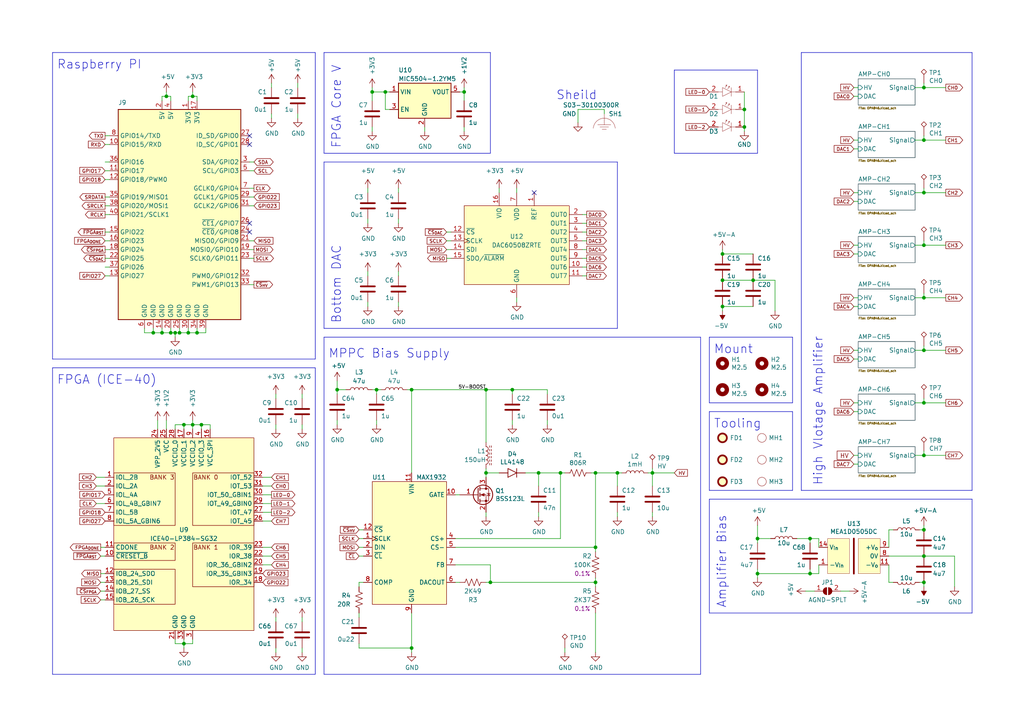
<source format=kicad_sch>
(kicad_sch (version 20200618) (host eeschema "(5.99.0-2251-g5226d6b4d)")
  (page 1 9)
  (paper "A4")
  (title_block (title "MPPC Interface") (date "2020-07-15") (rev "1.3") (company "Georgia State University") (comment 1 "Sawaiz") (comment 2 "Nuclear Physics Group"))
  (lib_symbols
    (symbol "BL-HUB37A-AV-TRB:BL-HUB37A-AV-TRB" (pin_names hide)
      (property "Reference" "D" (at 0 3.81 0))
      (property "Value" "BL-HUB37A-AV-TRB" (at 0 -3.81 0))
      (symbol "BL-HUB37A-AV-TRB_0_0"
        (pin output line (at 5.08 0 180) (length 2.54) (name "A") (number "1"))
        (pin input line (at -5.08 0 0) (length 2.54) (name "K") (number "2"))
      )
    )
    (symbol "BL-HUB37A-AV-TRB:BL-HUB37A-AV-TRB_1" (pin_names hide)
      (property "Reference" "D" (at 0 3.81 0))
      (property "Value" "BL-HUB37A-AV-TRB" (at 0 -3.81 0))
      (symbol "BL-HUB37A-AV-TRB_1_0_0"
        (pin output line (at 5.08 0 180) (length 2.54) (name "A") (number "1"))
        (pin input line (at -5.08 0 0) (length 2.54) (name "K") (number "2"))
      )
    )
    (symbol "BL-HUB37A-AV-TRB:BL-HUB37A-AV-TRB_2" (pin_names hide)
      (property "Reference" "D" (at 0 3.81 0))
      (property "Value" "BL-HUB37A-AV-TRB" (at 0 -3.81 0))
      (symbol "BL-HUB37A-AV-TRB_2_0_0"
        (pin output line (at 5.08 0 180) (length 2.54) (name "A") (number "1"))
        (pin input line (at -5.08 0 0) (length 2.54) (name "K") (number "2"))
      )
    )
    (symbol "BSS123L:BSS123L" (pin_names (offset 0) hide)
      (property "Reference" "Q" (at 5.08 1.27 0))
      (property "Value" "BSS123L" (at 5.08 -1.27 0))
      (symbol "BSS123L_1_1"
        (pin input line (at -5.08 0 0) (length 5.08) (name "G") (number "1"))
        (pin passive line (at 2.54 -5.08 90) (length 2.54) (name "S") (number "2"))
        (pin passive line (at 2.54 5.08 270) (length 2.54) (name "D") (number "3"))
      )
    )
    (symbol "DAC80508:DAC80508ZRTE_1"
      (property "Reference" "U" (at 0 2.54 0))
      (property "Value" "DAC80508ZRTE" (at 0 0 0))
      (symbol "DAC80508ZRTE_1_1_1"
        (pin bidirectional line (at 5.08 15.24 270) (length 3.81) (name "REF") (number "1"))
        (pin output line (at 19.05 -6.35 180) (length 3.81) (name "OUT6") (number "10"))
        (pin output line (at 19.05 -8.89 180) (length 3.81) (name "OUT7") (number "11"))
        (pin input line (at -19.05 3.81 0) (length 3.81) (name "~CS") (number "12"))
        (pin input clock (at -19.05 1.27 0) (length 3.81) (name "SCLK") (number "13"))
        (pin input line (at -19.05 -1.27 0) (length 3.81) (name "SDI") (number "14"))
        (pin output line (at -19.05 -3.81 0) (length 3.81) (name "SDO/~ALARM") (number "15"))
        (pin power_in line (at -5.08 15.24 270) (length 3.81) (name "VIO") (number "16"))
        (pin output line (at 19.05 8.89 180) (length 3.81) (name "OUT0") (number "2"))
        (pin output line (at 19.05 6.35 180) (length 3.81) (name "OUT1") (number "3"))
        (pin output line (at 19.05 3.81 180) (length 3.81) (name "OUT2") (number "4"))
        (pin output line (at 19.05 1.27 180) (length 3.81) (name "OUT3") (number "5"))
        (pin power_in line (at 0 -15.24 90) (length 3.81) (name "GND") (number "6"))
        (pin power_in line (at 0 15.24 270) (length 3.81) (name "VDD") (number "7"))
        (pin output line (at 19.05 -1.27 180) (length 3.81) (name "OUT4") (number "8"))
        (pin output line (at 19.05 -3.81 180) (length 3.81) (name "OUT5") (number "9"))
      )
    )
    (symbol "ICE40-LP384:ICE40-LP384-SG32_1"
      (property "Reference" "U" (at 0 2.54 0))
      (property "Value" "ICE40-LP384-SG32" (at 0 0 0))
      (symbol "ICE40-LP384-SG32_1_0_0"
        (text "BANK 0" (at 6.35 16.51 0) (effects (font (size 1.27 1.27))))
        (text "BANK 1" (at 6.35 -3.81 0) (effects (font (size 1.27 1.27))))
        (text "BANK 2" (at -6.35 -3.81 0) (effects (font (size 1.27 1.27))))
        (text "BANK 3" (at -6.35 16.51 0) (effects (font (size 1.27 1.27))))
      )
      (symbol "ICE40-LP384-SG32_1_1_1"
        (pin bidirectional line (at -22.86 16.51 0) (length 2.54) (name "IOL_2B") (number "1"))
        (pin input line (at -22.86 -6.35 0) (length 2.54) (name "~CRESET_B") (number "10"))
        (pin output line (at -22.86 -3.81 0) (length 2.54) (name "CDONE") (number "11"))
        (pin bidirectional line (at -22.86 -11.43 0) (length 2.54) (name "IOB_24_SDO") (number "12"))
        (pin bidirectional line (at -22.86 -13.97 0) (length 2.54) (name "IOB_25_SDI") (number "13"))
        (pin bidirectional line (at -22.86 -16.51 0) (length 2.54) (name "IOB_27_SS") (number "14"))
        (pin bidirectional line (at -22.86 -19.05 0) (length 2.54) (name "IOB_26_SCK") (number "15"))
        (pin power_in line (at 7.62 30.48 270) (length 2.54) (name "VCC_SPI") (number "16"))
        (pin power_in line (at 0 30.48 270) (length 2.54) (name "VCCIO_1") (number "17"))
        (pin bidirectional line (at 22.86 -13.97 180) (length 2.54) (name "IOR_34") (number "18"))
        (pin bidirectional line (at 22.86 -11.43 180) (length 2.54) (name "IOR_35_GBIN3") (number "19"))
        (pin bidirectional line (at -22.86 13.97 0) (length 2.54) (name "IOL_2A") (number "2"))
        (pin bidirectional line (at 22.86 -8.89 180) (length 2.54) (name "IOR_36_GBIN2") (number "20"))
        (pin power_in line (at -2.54 -30.48 90) (length 2.54) (name "GND") (number "21"))
        (pin bidirectional line (at 22.86 -6.35 180) (length 2.54) (name "IOR_38") (number "22"))
        (pin bidirectional line (at 22.86 -3.81 180) (length 2.54) (name "IOR_39") (number "23"))
        (pin power_in line (at -7.62 30.48 270) (length 2.54) (name "VPP_2V5") (number "24"))
        (pin power_in line (at -5.08 30.48 270) (length 2.54) (name "VCC") (number "25"))
        (pin bidirectional line (at 22.86 3.81 180) (length 2.54) (name "IOT_45") (number "26"))
        (pin bidirectional line (at 22.86 6.35 180) (length 2.54) (name "IOT_47") (number "27"))
        (pin power_in line (at -2.54 30.48 270) (length 2.54) (name "VCCIO_0") (number "28"))
        (pin bidirectional line (at 22.86 8.89 180) (length 2.54) (name "IOT_49_GBIN0") (number "29"))
        (pin power_in line (at 2.54 -30.48 90) (length 2.54) (name "GND") (number "3"))
        (pin bidirectional line (at 22.86 11.43 180) (length 2.54) (name "IOT_50_GBIN1") (number "30"))
        (pin bidirectional line (at 22.86 13.97 180) (length 2.54) (name "IOT_53") (number "31"))
        (pin bidirectional line (at 22.86 16.51 180) (length 2.54) (name "IOT_52") (number "32"))
        (pin power_in line (at 0 -30.48 90) (length 2.54) (name "GND") (number "33"))
        (pin power_in line (at 5.08 30.48 270) (length 2.54) (name "VCCIO_3") (number "4"))
        (pin bidirectional line (at -22.86 11.43 0) (length 2.54) (name "IOL_4A") (number "5"))
        (pin bidirectional line (at -22.86 8.89 0) (length 2.54) (name "IOL_4B_GBIN7") (number "6"))
        (pin bidirectional line (at -22.86 6.35 0) (length 2.54) (name "IOL_5B") (number "7"))
        (pin bidirectional line (at -22.86 3.81 0) (length 2.54) (name "IOL_5A_GBIN6") (number "8"))
        (pin power_in line (at 2.54 30.48 270) (length 2.54) (name "VCCIO_2") (number "9"))
      )
    )
    (symbol "LL4148:LL4148" (pin_numbers hide) (pin_names hide)
      (property "Reference" "D" (at 0 2.54 0))
      (property "Value" "LL4148" (at 0 -2.54 0))
      (symbol "LL4148_1_1"
        (pin passive line (at -3.81 0 0) (length 2.54) (name "K") (number "1"))
        (pin passive line (at 3.81 0 180) (length 2.54) (name "A") (number "2"))
      )
    )
    (symbol "M2.5:M2.5x11-Standoff"
      (property "Reference" "H" (at 0 5.08 0))
      (property "Value" "M2.5x11-Standoff" (at 0 3.175 0))
    )
    (symbol "MAX1932:MAX1932_1"
      (property "Reference" "U" (at 0 2.54 0))
      (property "Value" "MAX1932" (at 0 0 0))
      (symbol "MAX1932_1_1_1"
        (pin input clock (at -13.97 1.27 0) (length 2.54) (name "SCLK") (number "1"))
        (pin output line (at 12.7 13.97 180) (length 2.54) (name "GATE") (number "10"))
        (pin power_in line (at 0 20.32 270) (length 2.54) (name "VIN") (number "11"))
        (pin input line (at -13.97 3.81 0) (length 2.54) (name "~CS") (number "12"))
        (pin input line (at -13.97 -1.27 0) (length 2.54) (name "DIN") (number "2"))
        (pin output line (at -13.97 -3.81 0) (length 2.54) (name "~CL") (number "3"))
        (pin input line (at 12.7 1.27 180) (length 2.54) (name "CS+") (number "4"))
        (pin input line (at 12.7 -1.27 180) (length 2.54) (name "CS-") (number "5"))
        (pin output line (at 12.7 -11.43 180) (length 2.54) (name "DACOUT") (number "6"))
        (pin input line (at 12.7 -6.35 180) (length 2.54) (name "FB") (number "7"))
        (pin passive line (at -13.97 -11.43 0) (length 2.54) (name "COMP") (number "8"))
        (pin power_in line (at 0 -20.32 90) (length 2.54) (name "GND") (number "9"))
      )
    )
    (symbol "MEA1:MEA1D0505DC"
      (property "Reference" "U" (at -6.35 6.35 0))
      (property "Value" "MEA1D0505DC" (at 0 -6.35 0))
      (symbol "MEA1D0505DC_1_1"
        (pin power_in line (at -10.16 2.54 0) (length 2.54) (name "V_{in}") (number "14"))
      )
      (symbol "MEA1D0505DC_0_0"
        (pin power_in line (at -10.16 -2.54 0) (length 2.54) (name "-V_{in}") (number "1"))
        (pin power_out line (at 10.16 0 180) (length 2.54) (name "0V") (number "8"))
        (pin power_out line (at 10.16 -2.54 180) (length 2.54) (name "-V_{o}") (number "11"))
        (pin power_out line (at 10.16 2.54 180) (length 2.54) (name "+V_{o}") (number "9"))
      )
    )
    (symbol "MIC550X:MIC5504-1.2YM5" (pin_names (offset 0.508))
      (property "Reference" "U" (at -7.62 8.89 0))
      (property "Value" "MIC5504-1.2YM5" (at -7.62 6.35 0))
      (symbol "MIC5504-1.2YM5_1_1"
        (pin power_in line (at -10.16 2.54 0) (length 2.54) (name "VIN") (number "1"))
        (pin power_in line (at 0 -7.62 90) (length 2.54) (name "GND") (number "2"))
        (pin input line (at -10.16 -2.54 0) (length 2.54) (name "EN") (number "3"))
        (pin unconnected line (at 7.62 -2.54 180) (length 2.54) hide (name "NC") (number "4"))
        (pin power_out line (at 10.16 2.54 180) (length 2.54) (name "VOUT") (number "5"))
      )
    )
    (symbol "RaspberryPi:Raspberry_Pi_40P-Connector_1"
      (property "Reference" "J" (at -17.78 31.75 0))
      (property "Value" "Raspberry_Pi_40P-Connector" (at 10.16 -31.75 0))
      (symbol "Raspberry_Pi_40P-Connector_1_1_1"
        (pin power_in line (at 2.54 33.02 270) (length 2.54) (name "3V3") (number "1"))
        (pin bidirectional line (at -20.32 20.32 0) (length 2.54) (name "GPIO15/RXD") (number "10"))
        (pin bidirectional line (at -20.32 12.7 0) (length 2.54) (name "GPIO17") (number "11"))
        (pin bidirectional line (at -20.32 10.16 0) (length 2.54) (name "GPIO18/PWM0") (number "12"))
        (pin bidirectional line (at -20.32 -17.78 0) (length 2.54) (name "GPIO27") (number "13"))
        (pin power_in line (at -5.08 -33.02 90) (length 2.54) (name "GND") (number "14"))
        (pin bidirectional line (at -20.32 -5.08 0) (length 2.54) (name "GPIO22") (number "15"))
        (pin bidirectional line (at -20.32 -7.62 0) (length 2.54) (name "GPIO23") (number "16"))
        (pin power_in line (at 5.08 33.02 270) (length 2.54) (name "3V3") (number "17"))
        (pin bidirectional line (at -20.32 -10.16 0) (length 2.54) (name "GPIO24") (number "18"))
        (pin bidirectional line (at 20.32 -10.16 180) (length 2.54) (name "MOSI0/GPIO10") (number "19"))
        (pin power_in line (at -5.08 33.02 270) (length 2.54) (name "5V") (number "2"))
        (pin power_in line (at -2.54 -33.02 90) (length 2.54) (name "GND") (number "20"))
        (pin bidirectional line (at 20.32 -7.62 180) (length 2.54) (name "MISO0/GPIO9") (number "21"))
        (pin bidirectional line (at -20.32 -12.7 0) (length 2.54) (name "GPIO25") (number "22"))
        (pin bidirectional line (at 20.32 -12.7 180) (length 2.54) (name "SCLK0/GPIO11") (number "23"))
        (pin bidirectional line (at 20.32 -5.08 180) (length 2.54) (name "~CE0~/GPIO8") (number "24"))
        (pin power_in line (at 0 -33.02 90) (length 2.54) (name "GND") (number "25"))
        (pin bidirectional line (at 20.32 -2.54 180) (length 2.54) (name "~CE1~/GPIO7") (number "26"))
        (pin bidirectional line (at 20.32 22.86 180) (length 2.54) (name "ID_SD/GPIO0") (number "27"))
        (pin bidirectional line (at 20.32 20.32 180) (length 2.54) (name "ID_SC/GPIO1") (number "28"))
        (pin bidirectional line (at 20.32 5.08 180) (length 2.54) (name "GCLK1/GPIO5") (number "29"))
        (pin bidirectional line (at 20.32 15.24 180) (length 2.54) (name "SDA/GPIO2") (number "3"))
        (pin power_in line (at 2.54 -33.02 90) (length 2.54) (name "GND") (number "30"))
        (pin bidirectional line (at 20.32 2.54 180) (length 2.54) (name "GCLK2/GPIO6") (number "31"))
        (pin bidirectional line (at 20.32 -17.78 180) (length 2.54) (name "PWM0/GPIO12") (number "32"))
        (pin bidirectional line (at 20.32 -20.32 180) (length 2.54) (name "PWM1/GPIO13") (number "33"))
        (pin power_in line (at 5.08 -33.02 90) (length 2.54) (name "GND") (number "34"))
        (pin bidirectional line (at -20.32 5.08 0) (length 2.54) (name "GPIO19/MISO1") (number "35"))
        (pin bidirectional line (at -20.32 15.24 0) (length 2.54) (name "GPIO16") (number "36"))
        (pin bidirectional line (at -20.32 -15.24 0) (length 2.54) (name "GPIO26") (number "37"))
        (pin bidirectional line (at -20.32 2.54 0) (length 2.54) (name "GPIO20/MOSI1") (number "38"))
        (pin power_in line (at 7.62 -33.02 90) (length 2.54) (name "GND") (number "39"))
        (pin power_in line (at -2.54 33.02 270) (length 2.54) (name "5V") (number "4"))
        (pin bidirectional line (at -20.32 0 0) (length 2.54) (name "GPIO21/SCLK1") (number "40"))
        (pin bidirectional line (at 20.32 12.7 180) (length 2.54) (name "SCL/GPIO3") (number "5"))
        (pin power_in line (at -10.16 -33.02 90) (length 2.54) (name "GND") (number "6"))
        (pin bidirectional line (at 20.32 7.62 180) (length 2.54) (name "GCLK0/GPIO4") (number "7"))
        (pin bidirectional line (at -20.32 22.86 0) (length 2.54) (name "GPIO14/TXD") (number "8"))
        (pin power_in line (at -7.62 -33.02 90) (length 2.54) (name "GND") (number "9"))
      )
    )
    (symbol "S03-XXXXXXX0R:S03-30100300R"
      (property "Reference" "SH" (at 5.08 -1.27 0))
      (property "Value" "S03-30100300R" (at 0 -6.35 0))
      (symbol "S03-30100300R_1_1"
        (pin power_out line (at 0 0 270) (length 0) hide (name "SHIELD") (number "1"))
      )
    )
    (symbol "SRN4018:SRN4018" (pin_numbers hide) (pin_names hide)
      (property "Reference" "L" (at -1.27 0 90))
      (property "Value" "SRN4018" (at 2.794 0 90))
      (symbol "SRN4018_1_1"
        (pin passive line (at 0 3.81 270) (length 1.27) (name "1") (number "1"))
        (pin passive line (at 0 -3.81 90) (length 1.27) (name "2") (number "2"))
      )
    )
    (symbol "config:SolderJumper_2_Open" (pin_names (offset 0) hide)
      (property "Reference" "JP" (at 0 2.032 0))
      (property "Value" "SolderJumper_2_Open" (at 0 -2.54 0))
      (symbol "SolderJumper_2_Open_1_1"
        (pin passive line (at -3.81 0 0) (length 2.54) (name "A") (number "1"))
        (pin passive line (at 3.81 0 180) (length 2.54) (name "B") (number "2"))
      )
    )
    (symbol "mppcInterface-rescue:GND-power" (power) (pin_names (offset 0))
      (property "Value" "GND-power" (at 0 -3.81 0))
      (symbol "GND-power_1_1"
        (pin power_in line (at 0 0 270) (length 0) hide (name "GND") (number "1"))
      )
    )
    (symbol "nets:+1V2" (power) (pin_names (offset 0))
      (property "Value" "+1V2" (at 0 3.556 0))
      (symbol "+1V2_1_1"
        (pin power_in line (at 0 0 90) (length 0) hide (name "+1V2") (number "1"))
      )
    )
    (symbol "nets:+3V3" (power) (pin_names (offset 0))
      (property "Value" "+3V3" (at 0 3.556 0))
      (symbol "+3V3_1_1"
        (pin power_in line (at 0 0 90) (length 0) hide (name "+3V3") (number "1"))
      )
    )
    (symbol "nets:+5V" (power) (pin_names (offset 0))
      (property "Value" "+5V" (at 0 3.556 0))
      (symbol "+5V_1_1"
        (pin power_in line (at 0 0 90) (length 0) hide (name "+5V") (number "1"))
      )
    )
    (symbol "nets:+5V-A" (power) (pin_names (offset 0))
      (property "Value" "+5V-A" (at 0 3.556 0))
      (symbol "+5V-A_1_1"
        (pin power_in line (at 0 0 90) (length 0) hide (name "+5V-A") (number "1"))
      )
    )
    (symbol "nets:+5V-A_1" (power) (pin_names (offset 0))
      (property "Value" "+5V-A" (at 0 3.556 0))
      (symbol "+5V-A_1_1_1"
        (pin power_in line (at 0 0 90) (length 0) hide (name "+5V-A") (number "1"))
      )
    )
    (symbol "nets:+5V-A_2" (power) (pin_names (offset 0))
      (property "Value" "+5V-A" (at 0 3.556 0))
      (symbol "+5V-A_2_1_1"
        (pin power_in line (at 0 0 90) (length 0) hide (name "+5V-A") (number "1"))
      )
    )
    (symbol "nets:-5V" (power) (pin_names (offset 0))
      (property "Value" "-5V" (at 0 3.81 0))
      (symbol "-5V_0_0"
        (pin power_in line (at 0 0 90) (length 0) hide (name "-5V") (number "1"))
      )
    )
    (symbol "nets:GND" (power) (pin_names (offset 0))
      (property "Value" "GND" (at 0 -3.81 0))
      (symbol "GND_1_1"
        (pin power_in line (at 0 0 270) (length 0) hide (name "GND") (number "1"))
      )
    )
    (symbol "passives:C-0402" (pin_numbers hide) (pin_names (offset 0.254))
      (property "Reference" "C" (at 0.635 2.54 0))
      (property "Value" "C-0402" (at 0.635 -2.54 0))
      (symbol "C-0402_1_1"
        (pin passive line (at 0 3.81 270) (length 2.794) (name "~") (number "1"))
        (pin passive line (at 0 -3.81 90) (length 2.794) (name "~") (number "2"))
      )
    )
    (symbol "passives:C-0805" (pin_numbers hide) (pin_names (offset 0.254))
      (property "Reference" "C" (at 0.635 2.54 0))
      (property "Value" "C-0805" (at 0.635 -2.54 0))
      (symbol "C-0805_1_1"
        (pin passive line (at 0 3.81 270) (length 2.794) (name "~") (number "1"))
        (pin passive line (at 0 -3.81 90) (length 2.794) (name "~") (number "2"))
      )
    )
    (symbol "passives:C-1206" (pin_numbers hide) (pin_names (offset 0.254))
      (property "Reference" "C" (at 0.635 2.54 0))
      (property "Value" "C-1206" (at 0.635 -2.54 0))
      (symbol "C-1206_1_1"
        (pin passive line (at 0 3.81 270) (length 2.794) (name "~") (number "1"))
        (pin passive line (at 0 -3.81 90) (length 2.794) (name "~") (number "2"))
      )
    )
    (symbol "passives:C-2220" (pin_numbers hide) (pin_names (offset 0.254))
      (property "Reference" "C" (at 0.635 2.54 0))
      (property "Value" "C-2220" (at 0.635 -2.54 0))
      (symbol "C-2220_1_1"
        (pin passive line (at 0 3.81 270) (length 2.794) (name "~") (number "1"))
        (pin passive line (at 0 -3.81 90) (length 2.794) (name "~") (number "2"))
      )
    )
    (symbol "passives:L-0805" (pin_numbers hide) (pin_names hide)
      (property "Reference" "L" (at -1.27 0 90))
      (property "Value" "L-0805" (at 1.905 0 90))
      (symbol "L-0805_1_1"
        (pin passive line (at 0 3.81 270) (length 1.27) (name "1") (number "1"))
        (pin passive line (at 0 -3.81 90) (length 1.27) (name "2") (number "2"))
      )
    )
    (symbol "passives:L-1210" (pin_numbers hide) (pin_names hide)
      (property "Reference" "L" (at -1.27 0 90))
      (property "Value" "L-1210" (at 1.905 0 90))
      (symbol "L-1210_1_1"
        (pin passive line (at 0 3.81 270) (length 1.27) (name "1") (number "1"))
        (pin passive line (at 0 -3.81 90) (length 1.27) (name "2") (number "2"))
      )
    )
    (symbol "passives:R-0402" (pin_numbers hide) (pin_names (offset 0))
      (property "Reference" "R" (at 2.54 0 90))
      (property "Value" "R-0402" (at -2.54 0 90))
      (symbol "R-0402_1_1"
        (pin passive line (at 0 3.81 270) (length 1.27) (name "~") (number "1"))
        (pin passive line (at 0 -3.81 90) (length 1.27) (name "~") (number "2"))
      )
    )
    (symbol "tooling:Fiducial" (pin_names (offset 0.508))
      (property "Reference" "FD" (at 3.81 0 0))
    )
    (symbol "tooling:TestPoint_D1.0" (pin_numbers hide) (pin_names (offset 0.762) hide)
      (property "Reference" "TP" (at 0 6.858 0))
      (property "Value" "TestPoint_D1.0" (at 0 5.08 0))
      (symbol "TestPoint_D1.0_1_1"
        (pin passive line (at 0 0 90) (length 2.54) (name "1") (number "1"))
      )
    )
    (symbol "tooling:toolingHole"
      (property "Reference" "MH" (at 3.81 0 0))
    )
  )
  (junction (at 44.45 96.52))
  (junction (at 46.99 96.52))
  (junction (at 48.26 27.94))
  (junction (at 49.53 96.52))
  (junction (at 50.8 96.52))
  (junction (at 52.07 96.52))
  (junction (at 53.34 123.19))
  (junction (at 53.34 186.69))
  (junction (at 54.61 96.52))
  (junction (at 55.88 27.94))
  (junction (at 55.88 123.19))
  (junction (at 57.15 96.52))
  (junction (at 58.42 123.19))
  (junction (at 97.79 113.03))
  (junction (at 107.95 26.67))
  (junction (at 109.22 113.03))
  (junction (at 111.76 26.67))
  (junction (at 119.38 113.03))
  (junction (at 119.38 187.96))
  (junction (at 134.62 26.67))
  (junction (at 140.97 113.03))
  (junction (at 140.97 137.16))
  (junction (at 142.24 168.91))
  (junction (at 148.59 113.03))
  (junction (at 156.21 137.16))
  (junction (at 162.56 137.16))
  (junction (at 172.72 137.16))
  (junction (at 172.72 158.75))
  (junction (at 172.72 168.91))
  (junction (at 179.07 137.16))
  (junction (at 189.23 137.16))
  (junction (at 209.55 73.66))
  (junction (at 209.55 81.28))
  (junction (at 209.55 88.9))
  (junction (at 215.9 31.75))
  (junction (at 215.9 36.83))
  (junction (at 218.44 81.28))
  (junction (at 219.71 156.21))
  (junction (at 219.71 166.37))
  (junction (at 234.95 156.21))
  (junction (at 234.95 166.37))
  (junction (at 267.97 25.4))
  (junction (at 267.97 40.64))
  (junction (at 267.97 55.88))
  (junction (at 267.97 71.12))
  (junction (at 267.97 86.36))
  (junction (at 267.97 101.6))
  (junction (at 267.97 116.84))
  (junction (at 267.97 132.08))
  (junction (at 267.97 153.67))
  (junction (at 267.97 161.29))
  (junction (at 267.97 168.91))
  (no_connect (at 72.39 41.91))
  (no_connect (at 72.39 64.77))
  (no_connect (at 72.39 67.31))
  (no_connect (at 72.39 39.37))
  (no_connect (at 154.94 55.88))
  (wire (pts (xy 27.94 138.43) (xy 30.48 138.43)))
  (wire (pts (xy 27.94 146.05) (xy 30.48 146.05)))
  (wire (pts (xy 29.21 158.75) (xy 30.48 158.75)))
  (wire (pts (xy 29.21 166.37) (xy 30.48 166.37)))
  (wire (pts (xy 29.21 171.45) (xy 30.48 171.45)))
  (wire (pts (xy 30.48 39.37) (xy 31.75 39.37)))
  (wire (pts (xy 30.48 41.91) (xy 31.75 41.91)))
  (wire (pts (xy 30.48 49.53) (xy 31.75 49.53)))
  (wire (pts (xy 30.48 52.07) (xy 31.75 52.07)))
  (wire (pts (xy 30.48 57.15) (xy 31.75 57.15)))
  (wire (pts (xy 30.48 62.23) (xy 31.75 62.23)))
  (wire (pts (xy 30.48 67.31) (xy 31.75 67.31)))
  (wire (pts (xy 30.48 69.85) (xy 31.75 69.85)))
  (wire (pts (xy 30.48 72.39) (xy 31.75 72.39)))
  (wire (pts (xy 30.48 74.93) (xy 31.75 74.93)))
  (wire (pts (xy 30.48 77.47) (xy 31.75 77.47)))
  (wire (pts (xy 30.48 80.01) (xy 31.75 80.01)))
  (wire (pts (xy 30.48 140.97) (xy 27.94 140.97)))
  (wire (pts (xy 30.48 161.29) (xy 29.21 161.29)))
  (wire (pts (xy 30.48 168.91) (xy 29.21 168.91)))
  (wire (pts (xy 30.48 173.99) (xy 29.21 173.99)))
  (wire (pts (xy 31.75 46.99) (xy 30.48 46.99)))
  (wire (pts (xy 31.75 59.69) (xy 30.48 59.69)))
  (wire (pts (xy 41.91 95.25) (xy 41.91 96.52)))
  (wire (pts (xy 41.91 96.52) (xy 44.45 96.52)))
  (wire (pts (xy 44.45 96.52) (xy 44.45 95.25)))
  (wire (pts (xy 44.45 96.52) (xy 46.99 96.52)))
  (wire (pts (xy 45.72 121.92) (xy 45.72 124.46)))
  (wire (pts (xy 46.99 27.94) (xy 48.26 27.94)))
  (wire (pts (xy 46.99 29.21) (xy 46.99 27.94)))
  (wire (pts (xy 46.99 96.52) (xy 46.99 95.25)))
  (wire (pts (xy 46.99 96.52) (xy 49.53 96.52)))
  (wire (pts (xy 48.26 26.67) (xy 48.26 27.94)))
  (wire (pts (xy 48.26 27.94) (xy 49.53 27.94)))
  (wire (pts (xy 48.26 121.92) (xy 48.26 124.46)))
  (wire (pts (xy 49.53 27.94) (xy 49.53 29.21)))
  (wire (pts (xy 49.53 96.52) (xy 49.53 95.25)))
  (wire (pts (xy 49.53 96.52) (xy 50.8 96.52)))
  (wire (pts (xy 50.8 96.52) (xy 52.07 96.52)))
  (wire (pts (xy 50.8 97.79) (xy 50.8 96.52)))
  (wire (pts (xy 50.8 123.19) (xy 53.34 123.19)))
  (wire (pts (xy 50.8 124.46) (xy 50.8 123.19)))
  (wire (pts (xy 50.8 185.42) (xy 50.8 186.69)))
  (wire (pts (xy 50.8 186.69) (xy 53.34 186.69)))
  (wire (pts (xy 52.07 96.52) (xy 52.07 95.25)))
  (wire (pts (xy 52.07 96.52) (xy 54.61 96.52)))
  (wire (pts (xy 53.34 123.19) (xy 53.34 124.46)))
  (wire (pts (xy 53.34 123.19) (xy 55.88 123.19)))
  (wire (pts (xy 53.34 186.69) (xy 53.34 185.42)))
  (wire (pts (xy 53.34 186.69) (xy 55.88 186.69)))
  (wire (pts (xy 53.34 187.96) (xy 53.34 186.69)))
  (wire (pts (xy 54.61 27.94) (xy 55.88 27.94)))
  (wire (pts (xy 54.61 29.21) (xy 54.61 27.94)))
  (wire (pts (xy 54.61 96.52) (xy 54.61 95.25)))
  (wire (pts (xy 54.61 96.52) (xy 57.15 96.52)))
  (wire (pts (xy 55.88 26.67) (xy 55.88 27.94)))
  (wire (pts (xy 55.88 27.94) (xy 57.15 27.94)))
  (wire (pts (xy 55.88 121.92) (xy 55.88 123.19)))
  (wire (pts (xy 55.88 123.19) (xy 55.88 124.46)))
  (wire (pts (xy 55.88 123.19) (xy 58.42 123.19)))
  (wire (pts (xy 55.88 186.69) (xy 55.88 185.42)))
  (wire (pts (xy 57.15 27.94) (xy 57.15 29.21)))
  (wire (pts (xy 57.15 96.52) (xy 57.15 95.25)))
  (wire (pts (xy 57.15 96.52) (xy 59.69 96.52)))
  (wire (pts (xy 58.42 123.19) (xy 58.42 124.46)))
  (wire (pts (xy 58.42 123.19) (xy 60.96 123.19)))
  (wire (pts (xy 59.69 96.52) (xy 59.69 95.25)))
  (wire (pts (xy 60.96 123.19) (xy 60.96 124.46)))
  (wire (pts (xy 72.39 46.99) (xy 73.66 46.99)))
  (wire (pts (xy 72.39 57.15) (xy 73.66 57.15)))
  (wire (pts (xy 72.39 72.39) (xy 73.66 72.39)))
  (wire (pts (xy 73.66 49.53) (xy 72.39 49.53)))
  (wire (pts (xy 73.66 54.61) (xy 72.39 54.61)))
  (wire (pts (xy 73.66 59.69) (xy 72.39 59.69)))
  (wire (pts (xy 73.66 69.85) (xy 72.39 69.85)))
  (wire (pts (xy 73.66 74.93) (xy 72.39 74.93)))
  (wire (pts (xy 73.66 82.55) (xy 72.39 82.55)))
  (wire (pts (xy 76.2 140.97) (xy 78.74 140.97)))
  (wire (pts (xy 76.2 146.05) (xy 78.74 146.05)))
  (wire (pts (xy 76.2 151.13) (xy 78.74 151.13)))
  (wire (pts (xy 76.2 163.83) (xy 78.74 163.83)))
  (wire (pts (xy 78.74 24.13) (xy 78.74 25.4)))
  (wire (pts (xy 78.74 33.02) (xy 78.74 34.29)))
  (wire (pts (xy 78.74 138.43) (xy 76.2 138.43)))
  (wire (pts (xy 78.74 143.51) (xy 76.2 143.51)))
  (wire (pts (xy 78.74 148.59) (xy 76.2 148.59)))
  (wire (pts (xy 78.74 158.75) (xy 76.2 158.75)))
  (wire (pts (xy 78.74 161.29) (xy 76.2 161.29)))
  (wire (pts (xy 80.01 114.3) (xy 80.01 115.57)))
  (wire (pts (xy 80.01 123.19) (xy 80.01 124.46)))
  (wire (pts (xy 80.01 179.07) (xy 80.01 180.34)))
  (wire (pts (xy 80.01 187.96) (xy 80.01 189.23)))
  (wire (pts (xy 86.36 24.13) (xy 86.36 25.4)))
  (wire (pts (xy 86.36 33.02) (xy 86.36 34.29)))
  (wire (pts (xy 87.63 114.3) (xy 87.63 115.57)))
  (wire (pts (xy 87.63 123.19) (xy 87.63 124.46)))
  (wire (pts (xy 87.63 179.07) (xy 87.63 180.34)))
  (wire (pts (xy 87.63 187.96) (xy 87.63 189.23)))
  (wire (pts (xy 97.79 110.49) (xy 97.79 113.03)))
  (wire (pts (xy 97.79 113.03) (xy 97.79 114.3)))
  (wire (pts (xy 97.79 113.03) (xy 100.33 113.03)))
  (wire (pts (xy 97.79 121.92) (xy 97.79 123.19)))
  (wire (pts (xy 104.14 153.67) (xy 105.41 153.67)))
  (wire (pts (xy 104.14 158.75) (xy 105.41 158.75)))
  (wire (pts (xy 104.14 168.91) (xy 105.41 168.91)))
  (wire (pts (xy 104.14 170.18) (xy 104.14 168.91)))
  (wire (pts (xy 104.14 179.07) (xy 104.14 177.8)))
  (wire (pts (xy 104.14 187.96) (xy 104.14 186.69)))
  (wire (pts (xy 105.41 156.21) (xy 104.14 156.21)))
  (wire (pts (xy 105.41 161.29) (xy 104.14 161.29)))
  (wire (pts (xy 106.68 54.61) (xy 106.68 55.88)))
  (wire (pts (xy 106.68 63.5) (xy 106.68 64.77)))
  (wire (pts (xy 106.68 78.74) (xy 106.68 80.01)))
  (wire (pts (xy 106.68 87.63) (xy 106.68 88.9)))
  (wire (pts (xy 107.95 25.4) (xy 107.95 26.67)))
  (wire (pts (xy 107.95 26.67) (xy 111.76 26.67)))
  (wire (pts (xy 107.95 29.21) (xy 107.95 26.67)))
  (wire (pts (xy 107.95 36.83) (xy 107.95 38.1)))
  (wire (pts (xy 107.95 113.03) (xy 109.22 113.03)))
  (wire (pts (xy 109.22 113.03) (xy 109.22 114.3)))
  (wire (pts (xy 109.22 113.03) (xy 110.49 113.03)))
  (wire (pts (xy 109.22 121.92) (xy 109.22 123.19)))
  (wire (pts (xy 111.76 26.67) (xy 113.03 26.67)))
  (wire (pts (xy 111.76 31.75) (xy 111.76 26.67)))
  (wire (pts (xy 113.03 31.75) (xy 111.76 31.75)))
  (wire (pts (xy 115.57 54.61) (xy 115.57 55.88)))
  (wire (pts (xy 115.57 63.5) (xy 115.57 64.77)))
  (wire (pts (xy 115.57 78.74) (xy 115.57 80.01)))
  (wire (pts (xy 115.57 87.63) (xy 115.57 88.9)))
  (wire (pts (xy 118.11 113.03) (xy 119.38 113.03)))
  (wire (pts (xy 119.38 113.03) (xy 119.38 137.16)))
  (wire (pts (xy 119.38 113.03) (xy 140.97 113.03)))
  (wire (pts (xy 119.38 177.8) (xy 119.38 187.96)))
  (wire (pts (xy 119.38 187.96) (xy 104.14 187.96)))
  (wire (pts (xy 119.38 189.23) (xy 119.38 187.96)))
  (wire (pts (xy 123.19 38.1) (xy 123.19 36.83)))
  (wire (pts (xy 129.54 69.85) (xy 130.81 69.85)))
  (wire (pts (xy 129.54 74.93) (xy 130.81 74.93)))
  (wire (pts (xy 130.81 67.31) (xy 129.54 67.31)))
  (wire (pts (xy 130.81 72.39) (xy 129.54 72.39)))
  (wire (pts (xy 132.08 156.21) (xy 162.56 156.21)))
  (wire (pts (xy 132.08 163.83) (xy 142.24 163.83)))
  (wire (pts (xy 133.35 143.51) (xy 132.08 143.51)))
  (wire (pts (xy 133.35 168.91) (xy 132.08 168.91)))
  (wire (pts (xy 134.62 25.4) (xy 134.62 26.67)))
  (wire (pts (xy 134.62 26.67) (xy 133.35 26.67)))
  (wire (pts (xy 134.62 26.67) (xy 134.62 29.21)))
  (wire (pts (xy 134.62 36.83) (xy 134.62 38.1)))
  (wire (pts (xy 140.97 113.03) (xy 140.97 128.27)))
  (wire (pts (xy 140.97 113.03) (xy 148.59 113.03)))
  (wire (pts (xy 140.97 135.89) (xy 140.97 137.16)))
  (wire (pts (xy 140.97 137.16) (xy 140.97 138.43)))
  (wire (pts (xy 140.97 149.86) (xy 140.97 148.59)))
  (wire (pts (xy 142.24 163.83) (xy 142.24 168.91)))
  (wire (pts (xy 142.24 168.91) (xy 140.97 168.91)))
  (wire (pts (xy 144.78 54.61) (xy 144.78 55.88)))
  (wire (pts (xy 144.78 137.16) (xy 140.97 137.16)))
  (wire (pts (xy 148.59 113.03) (xy 148.59 114.3)))
  (wire (pts (xy 148.59 113.03) (xy 158.75 113.03)))
  (wire (pts (xy 148.59 121.92) (xy 148.59 123.19)))
  (wire (pts (xy 149.86 55.88) (xy 149.86 54.61)))
  (wire (pts (xy 149.86 87.63) (xy 149.86 86.36)))
  (wire (pts (xy 156.21 137.16) (xy 152.4 137.16)))
  (wire (pts (xy 156.21 140.97) (xy 156.21 137.16)))
  (wire (pts (xy 156.21 148.59) (xy 156.21 149.86)))
  (wire (pts (xy 158.75 114.3) (xy 158.75 113.03)))
  (wire (pts (xy 158.75 121.92) (xy 158.75 123.19)))
  (wire (pts (xy 162.56 137.16) (xy 156.21 137.16)))
  (wire (pts (xy 162.56 137.16) (xy 163.83 137.16)))
  (wire (pts (xy 162.56 156.21) (xy 162.56 137.16)))
  (wire (pts (xy 163.83 187.96) (xy 163.83 189.23)))
  (wire (pts (xy 167.64 31.75) (xy 175.26 31.75)))
  (wire (pts (xy 167.64 35.56) (xy 167.64 31.75)))
  (wire (pts (xy 168.91 62.23) (xy 170.18 62.23)))
  (wire (pts (xy 168.91 64.77) (xy 170.18 64.77)))
  (wire (pts (xy 168.91 67.31) (xy 170.18 67.31)))
  (wire (pts (xy 168.91 69.85) (xy 170.18 69.85)))
  (wire (pts (xy 168.91 72.39) (xy 170.18 72.39)))
  (wire (pts (xy 168.91 74.93) (xy 170.18 74.93)))
  (wire (pts (xy 168.91 77.47) (xy 170.18 77.47)))
  (wire (pts (xy 168.91 80.01) (xy 170.18 80.01)))
  (wire (pts (xy 171.45 137.16) (xy 172.72 137.16)))
  (wire (pts (xy 172.72 137.16) (xy 172.72 158.75)))
  (wire (pts (xy 172.72 137.16) (xy 179.07 137.16)))
  (wire (pts (xy 172.72 158.75) (xy 132.08 158.75)))
  (wire (pts (xy 172.72 160.02) (xy 172.72 158.75)))
  (wire (pts (xy 172.72 168.91) (xy 142.24 168.91)))
  (wire (pts (xy 172.72 168.91) (xy 172.72 167.64)))
  (wire (pts (xy 172.72 170.18) (xy 172.72 168.91)))
  (wire (pts (xy 172.72 177.8) (xy 172.72 189.23)))
  (wire (pts (xy 175.26 31.75) (xy 175.26 33.02)))
  (wire (pts (xy 179.07 137.16) (xy 179.07 140.97)))
  (wire (pts (xy 179.07 137.16) (xy 180.34 137.16)))
  (wire (pts (xy 179.07 149.86) (xy 179.07 148.59)))
  (wire (pts (xy 187.96 137.16) (xy 189.23 137.16)))
  (wire (pts (xy 189.23 135.89) (xy 189.23 137.16)))
  (wire (pts (xy 189.23 137.16) (xy 189.23 140.97)))
  (wire (pts (xy 189.23 137.16) (xy 195.58 137.16)))
  (wire (pts (xy 189.23 148.59) (xy 189.23 149.86)))
  (wire (pts (xy 209.55 72.39) (xy 209.55 73.66)))
  (wire (pts (xy 209.55 73.66) (xy 218.44 73.66)))
  (wire (pts (xy 209.55 81.28) (xy 218.44 81.28)))
  (wire (pts (xy 209.55 88.9) (xy 218.44 88.9)))
  (wire (pts (xy 209.55 90.17) (xy 209.55 88.9)))
  (wire (pts (xy 215.9 26.67) (xy 215.9 31.75)))
  (wire (pts (xy 215.9 31.75) (xy 215.9 36.83)))
  (wire (pts (xy 215.9 36.83) (xy 215.9 38.1)))
  (wire (pts (xy 218.44 81.28) (xy 224.79 81.28)))
  (wire (pts (xy 219.71 152.4) (xy 219.71 156.21)))
  (wire (pts (xy 219.71 156.21) (xy 219.71 157.48)))
  (wire (pts (xy 219.71 165.1) (xy 219.71 166.37)))
  (wire (pts (xy 219.71 166.37) (xy 219.71 167.64)))
  (wire (pts (xy 219.71 166.37) (xy 234.95 166.37)))
  (wire (pts (xy 223.52 156.21) (xy 219.71 156.21)))
  (wire (pts (xy 224.79 81.28) (xy 224.79 90.17)))
  (wire (pts (xy 231.14 156.21) (xy 234.95 156.21)))
  (wire (pts (xy 233.68 171.45) (xy 236.22 171.45)))
  (wire (pts (xy 234.95 156.21) (xy 237.49 156.21)))
  (wire (pts (xy 234.95 157.48) (xy 234.95 156.21)))
  (wire (pts (xy 234.95 165.1) (xy 234.95 166.37)))
  (wire (pts (xy 234.95 166.37) (xy 237.49 166.37)))
  (wire (pts (xy 237.49 156.21) (xy 237.49 158.75)))
  (wire (pts (xy 237.49 166.37) (xy 237.49 163.83)))
  (wire (pts (xy 246.38 171.45) (xy 243.84 171.45)))
  (wire (pts (xy 247.65 25.4) (xy 248.92 25.4)))
  (wire (pts (xy 247.65 27.94) (xy 248.92 27.94)))
  (wire (pts (xy 247.65 40.64) (xy 248.92 40.64)))
  (wire (pts (xy 247.65 55.88) (xy 248.92 55.88)))
  (wire (pts (xy 247.65 71.12) (xy 248.92 71.12)))
  (wire (pts (xy 247.65 86.36) (xy 248.92 86.36)))
  (wire (pts (xy 247.65 104.14) (xy 248.92 104.14)))
  (wire (pts (xy 247.65 119.38) (xy 248.92 119.38)))
  (wire (pts (xy 247.65 134.62) (xy 248.92 134.62)))
  (wire (pts (xy 248.92 43.18) (xy 247.65 43.18)))
  (wire (pts (xy 248.92 58.42) (xy 247.65 58.42)))
  (wire (pts (xy 248.92 73.66) (xy 247.65 73.66)))
  (wire (pts (xy 248.92 88.9) (xy 247.65 88.9)))
  (wire (pts (xy 248.92 101.6) (xy 247.65 101.6)))
  (wire (pts (xy 248.92 116.84) (xy 247.65 116.84)))
  (wire (pts (xy 248.92 132.08) (xy 247.65 132.08)))
  (wire (pts (xy 257.81 153.67) (xy 257.81 158.75)))
  (wire (pts (xy 257.81 153.67) (xy 259.08 153.67)))
  (wire (pts (xy 257.81 161.29) (xy 267.97 161.29)))
  (wire (pts (xy 257.81 163.83) (xy 257.81 168.91)))
  (wire (pts (xy 259.08 168.91) (xy 257.81 168.91)))
  (wire (pts (xy 265.43 25.4) (xy 267.97 25.4)))
  (wire (pts (xy 265.43 40.64) (xy 267.97 40.64)))
  (wire (pts (xy 265.43 55.88) (xy 267.97 55.88)))
  (wire (pts (xy 265.43 71.12) (xy 267.97 71.12)))
  (wire (pts (xy 265.43 86.36) (xy 267.97 86.36)))
  (wire (pts (xy 265.43 116.84) (xy 267.97 116.84)))
  (wire (pts (xy 265.43 132.08) (xy 267.97 132.08)))
  (wire (pts (xy 266.7 153.67) (xy 267.97 153.67)))
  (wire (pts (xy 266.7 168.91) (xy 267.97 168.91)))
  (wire (pts (xy 267.97 24.13) (xy 267.97 25.4)))
  (wire (pts (xy 267.97 25.4) (xy 274.32 25.4)))
  (wire (pts (xy 267.97 39.37) (xy 267.97 40.64)))
  (wire (pts (xy 267.97 40.64) (xy 274.32 40.64)))
  (wire (pts (xy 267.97 55.88) (xy 267.97 54.61)))
  (wire (pts (xy 267.97 55.88) (xy 274.32 55.88)))
  (wire (pts (xy 267.97 71.12) (xy 267.97 69.85)))
  (wire (pts (xy 267.97 71.12) (xy 274.32 71.12)))
  (wire (pts (xy 267.97 86.36) (xy 267.97 85.09)))
  (wire (pts (xy 267.97 86.36) (xy 274.32 86.36)))
  (wire (pts (xy 267.97 100.33) (xy 267.97 101.6)))
  (wire (pts (xy 267.97 101.6) (xy 265.43 101.6)))
  (wire (pts (xy 267.97 101.6) (xy 274.32 101.6)))
  (wire (pts (xy 267.97 115.57) (xy 267.97 116.84)))
  (wire (pts (xy 267.97 116.84) (xy 274.32 116.84)))
  (wire (pts (xy 267.97 130.81) (xy 267.97 132.08)))
  (wire (pts (xy 267.97 132.08) (xy 274.32 132.08)))
  (wire (pts (xy 267.97 152.4) (xy 267.97 153.67)))
  (wire (pts (xy 267.97 161.29) (xy 276.86 161.29)))
  (wire (pts (xy 267.97 168.91) (xy 267.97 170.18)))
  (wire (pts (xy 276.86 161.29) (xy 276.86 170.18)))
  (polyline (pts (xy 15.24 15.24) (xy 15.24 104.14)) (stroke (width 0) (type solid)))
  (polyline (pts (xy 15.24 104.14) (xy 91.44 104.14)) (stroke (width 0) (type solid)))
  (polyline (pts (xy 15.24 106.68) (xy 15.24 195.58)) (stroke (width 0) (type solid)))
  (polyline (pts (xy 15.24 195.58) (xy 91.44 195.58)) (stroke (width 0) (type solid)))
  (polyline (pts (xy 91.44 15.24) (xy 15.24 15.24)) (stroke (width 0) (type solid)))
  (polyline (pts (xy 91.44 104.14) (xy 91.44 15.24)) (stroke (width 0) (type solid)))
  (polyline (pts (xy 91.44 106.68) (xy 15.24 106.68)) (stroke (width 0) (type solid)))
  (polyline (pts (xy 91.44 195.58) (xy 91.44 106.68)) (stroke (width 0) (type solid)))
  (polyline (pts (xy 93.98 15.24) (xy 142.24 15.24)) (stroke (width 0) (type solid)))
  (polyline (pts (xy 93.98 44.45) (xy 93.98 15.24)) (stroke (width 0) (type solid)))
  (polyline (pts (xy 93.98 46.99) (xy 93.98 95.25)) (stroke (width 0.152) (type solid)))
  (polyline (pts (xy 93.98 95.25) (xy 179.07 95.25)) (stroke (width 0.152) (type solid)))
  (polyline (pts (xy 93.98 97.79) (xy 93.98 195.58)) (stroke (width 0.152) (type solid)))
  (polyline (pts (xy 93.98 97.79) (xy 203.2 97.79)) (stroke (width 0.152) (type solid)))
  (polyline (pts (xy 93.98 195.58) (xy 203.2 195.58)) (stroke (width 0.152) (type solid)))
  (polyline (pts (xy 142.24 15.24) (xy 142.24 44.45)) (stroke (width 0) (type solid)))
  (polyline (pts (xy 142.24 44.45) (xy 93.98 44.45)) (stroke (width 0) (type solid)))
  (polyline (pts (xy 179.07 46.99) (xy 93.98 46.99)) (stroke (width 0.152) (type solid)))
  (polyline (pts (xy 179.07 95.25) (xy 179.07 46.99)) (stroke (width 0.152) (type solid)))
  (polyline (pts (xy 195.58 20.32) (xy 195.58 44.45)) (stroke (width 0) (type solid)))
  (polyline (pts (xy 195.58 44.45) (xy 219.71 44.45)) (stroke (width 0) (type solid)))
  (polyline (pts (xy 203.2 195.58) (xy 203.2 97.79)) (stroke (width 0.152) (type solid)))
  (polyline (pts (xy 205.74 97.79) (xy 205.74 116.84)) (stroke (width 0) (type solid)))
  (polyline (pts (xy 205.74 116.84) (xy 229.87 116.84)) (stroke (width 0) (type solid)))
  (polyline (pts (xy 205.74 119.38) (xy 205.74 142.24)) (stroke (width 0) (type solid)))
  (polyline (pts (xy 205.74 142.24) (xy 229.87 142.24)) (stroke (width 0) (type solid)))
  (polyline (pts (xy 205.74 144.78) (xy 281.94 144.78)) (stroke (width 0) (type solid)))
  (polyline (pts (xy 205.74 177.8) (xy 205.74 144.78)) (stroke (width 0) (type solid)))
  (polyline (pts (xy 205.74 177.8) (xy 281.94 177.8)) (stroke (width 0) (type solid)))
  (polyline (pts (xy 219.71 20.32) (xy 195.58 20.32)) (stroke (width 0) (type solid)))
  (polyline (pts (xy 219.71 44.45) (xy 219.71 20.32)) (stroke (width 0) (type solid)))
  (polyline (pts (xy 229.87 97.79) (xy 205.74 97.79)) (stroke (width 0) (type solid)))
  (polyline (pts (xy 229.87 116.84) (xy 229.87 97.79)) (stroke (width 0) (type solid)))
  (polyline (pts (xy 229.87 119.38) (xy 205.74 119.38)) (stroke (width 0) (type solid)))
  (polyline (pts (xy 229.87 142.24) (xy 229.87 119.38)) (stroke (width 0) (type solid)))
  (polyline (pts (xy 232.41 15.24) (xy 281.94 15.24)) (stroke (width 0) (type solid)))
  (polyline (pts (xy 232.41 142.24) (xy 232.41 15.24)) (stroke (width 0) (type solid)))
  (polyline (pts (xy 232.41 142.24) (xy 281.94 142.24)) (stroke (width 0) (type solid)))
  (polyline (pts (xy 281.94 15.24) (xy 281.94 142.24)) (stroke (width 0) (type solid)))
  (polyline (pts (xy 281.94 144.78) (xy 281.94 177.8)) (stroke (width 0) (type solid)))
  (text "Raspberry PI" (at 16.51 20.32 0) (effects (font (size 2.54 2.54)) (justify left bottom)))
  (text "FPGA (ICE-40)" (at 16.51 111.76 0) (effects (font (size 2.54 2.54)) (justify left bottom)))
  (text "MPPC Bias Supply" (at 95.25 104.14 0) (effects (font (size 2.54 2.54)) (justify left bottom)))
  (text "FPGA Core V" (at 99.06 43.18 90) (effects (font (size 2.54 2.54)) (justify left bottom)))
  (text "Bottom DAC" (at 99.06 93.98 90) (effects (font (size 2.54 2.54)) (justify left bottom)))
  (text "Sheild" (at 161.29 29.21 0) (effects (font (size 2.54 2.54)) (justify left bottom)))
  (text "Mount" (at 207.01 102.87 0) (effects (font (size 2.54 2.54)) (justify left bottom)))
  (text "Tooling" (at 207.01 124.46 0) (effects (font (size 2.54 2.54)) (justify left bottom)))
  (text "Amplifier Bias" (at 210.82 176.53 90) (effects (font (size 2.54 2.54)) (justify left bottom)))
  (text "High Vlotage Amplifier" (at 238.76 140.97 90) (effects (font (size 2.54 2.54)) (justify left bottom)))
  (label "5V-BOOST" (at 140.97 113.03 180) (effects (font (size 1 1))))
  (global_label "CH2" (shape input) (at 27.94 138.43 180) (effects (font (size 1 1))))
  (global_label "CH3" (shape input) (at 27.94 140.97 180) (effects (font (size 1 1))))
  (global_label "CLK" (shape input) (at 27.94 146.05 180) (effects (font (size 1 1))))
  (global_label "FPGA_{DONE}" (shape output) (at 29.21 158.75 180) (effects (font (size 1 1))))
  (global_label "~FPGA_{RST}" (shape input) (at 29.21 161.29 180) (effects (font (size 1 1))))
  (global_label "MISO" (shape output) (at 29.21 166.37 180) (effects (font (size 1 1))))
  (global_label "MOSI" (shape input) (at 29.21 168.91 180) (effects (font (size 1 1))))
  (global_label "~CS_{FPGA}" (shape input) (at 29.21 171.45 180) (effects (font (size 1 1))))
  (global_label "SCLK" (shape input) (at 29.21 173.99 180) (effects (font (size 1 1))))
  (global_label "TXD" (shape output) (at 30.48 39.37 180) (effects (font (size 1 1))))
  (global_label "RXD" (shape input) (at 30.48 41.91 180) (effects (font (size 1 1))))
  (global_label "GPIO17" (shape input) (at 30.48 49.53 180) (effects (font (size 1 1))))
  (global_label "GPIO18" (shape input) (at 30.48 52.07 180) (effects (font (size 1 1))))
  (global_label "SRDATA" (shape output) (at 30.48 57.15 180) (effects (font (size 1 1))))
  (global_label "SRCLK" (shape output) (at 30.48 59.69 180) (effects (font (size 1 1))))
  (global_label "RCLK" (shape output) (at 30.48 62.23 180) (effects (font (size 1 1))))
  (global_label "~FPGA_{RST}" (shape output) (at 30.48 67.31 180) (effects (font (size 1 1))))
  (global_label "FPGA_{DONE}" (shape input) (at 30.48 69.85 180) (effects (font (size 1 1))))
  (global_label "~CS_{FPGA}" (shape output) (at 30.48 72.39 180) (effects (font (size 1 1))))
  (global_label "~CS_{DAC}" (shape output) (at 30.48 74.93 180) (effects (font (size 1 1))))
  (global_label "GPIO27" (shape input) (at 30.48 80.01 180) (effects (font (size 1 1))))
  (global_label "GPIO17" (shape input) (at 30.48 143.51 180) (effects (font (size 1 1))))
  (global_label "GPIO18" (shape input) (at 30.48 148.59 180) (effects (font (size 1 1))))
  (global_label "GPIO27" (shape input) (at 30.48 151.13 180) (effects (font (size 1 1))))
  (global_label "SDA" (shape bidirectional) (at 73.66 46.99 0) (effects (font (size 1 1))))
  (global_label "SCL" (shape bidirectional) (at 73.66 49.53 0) (effects (font (size 1 1))))
  (global_label "CLK" (shape output) (at 73.66 54.61 0) (effects (font (size 1 1))))
  (global_label "GPIO22" (shape input) (at 73.66 57.15 0) (effects (font (size 1 1))))
  (global_label "GPIO23" (shape input) (at 73.66 59.69 0) (effects (font (size 1 1))))
  (global_label "MISO" (shape input) (at 73.66 69.85 0) (effects (font (size 1 1))))
  (global_label "MOSI" (shape output) (at 73.66 72.39 0) (effects (font (size 1 1))))
  (global_label "SCLK" (shape output) (at 73.66 74.93 0) (effects (font (size 1 1))))
  (global_label "~CS_{HV}" (shape output) (at 73.66 82.55 0) (effects (font (size 1 1))))
  (global_label "GPIO23" (shape input) (at 76.2 166.37 0) (effects (font (size 1 1))))
  (global_label "GPIO22" (shape input) (at 76.2 168.91 0) (effects (font (size 1 1))))
  (global_label "CH1" (shape input) (at 78.74 138.43 0) (effects (font (size 1 1))))
  (global_label "CH0" (shape input) (at 78.74 140.97 0) (effects (font (size 1 1))))
  (global_label "LED-0" (shape output) (at 78.74 143.51 0) (effects (font (size 1 1))))
  (global_label "LED-1" (shape output) (at 78.74 146.05 0) (effects (font (size 1 1))))
  (global_label "LED-2" (shape output) (at 78.74 148.59 0) (effects (font (size 1 1))))
  (global_label "CH7" (shape input) (at 78.74 151.13 0) (effects (font (size 1 1))))
  (global_label "CH6" (shape input) (at 78.74 158.75 0) (effects (font (size 1 1))))
  (global_label "CH5" (shape input) (at 78.74 161.29 0) (effects (font (size 1 1))))
  (global_label "CH4" (shape input) (at 78.74 163.83 0) (effects (font (size 1 1))))
  (global_label "~CS_{HV}" (shape input) (at 104.14 153.67 180) (effects (font (size 1 1))))
  (global_label "SCLK" (shape input) (at 104.14 156.21 180) (effects (font (size 1 1))))
  (global_label "MOSI" (shape input) (at 104.14 158.75 180) (effects (font (size 1 1))))
  (global_label "~CL" (shape input) (at 104.14 161.29 180) (effects (font (size 1 1))))
  (global_label "~CS_{DAC}" (shape input) (at 129.54 67.31 180) (effects (font (size 1 1))))
  (global_label "SCLK" (shape input) (at 129.54 69.85 180) (effects (font (size 1 1))))
  (global_label "MOSI" (shape input) (at 129.54 72.39 180) (effects (font (size 1 1))))
  (global_label "MISO" (shape output) (at 129.54 74.93 180) (effects (font (size 1 1))))
  (global_label "DAC0" (shape output) (at 170.18 62.23 0) (effects (font (size 1 1))))
  (global_label "DAC1" (shape output) (at 170.18 64.77 0) (effects (font (size 1 1))))
  (global_label "DAC2" (shape output) (at 170.18 67.31 0) (effects (font (size 1 1))))
  (global_label "DAC3" (shape output) (at 170.18 69.85 0) (effects (font (size 1 1))))
  (global_label "DAC4" (shape output) (at 170.18 72.39 0) (effects (font (size 1 1))))
  (global_label "DAC5" (shape output) (at 170.18 74.93 0) (effects (font (size 1 1))))
  (global_label "DAC6" (shape output) (at 170.18 77.47 0) (effects (font (size 1 1))))
  (global_label "DAC7" (shape output) (at 170.18 80.01 0) (effects (font (size 1 1))))
  (global_label "HV" (shape input) (at 195.58 137.16 0) (effects (font (size 1 1))))
  (global_label "LED-0" (shape input) (at 205.74 26.67 180) (effects (font (size 1 1))))
  (global_label "LED-1" (shape input) (at 205.74 31.75 180) (effects (font (size 1 1))))
  (global_label "LED-2" (shape input) (at 205.74 36.83 180) (effects (font (size 1 1))))
  (global_label "HV" (shape input) (at 247.65 25.4 180) (effects (font (size 1 1))))
  (global_label "DAC0" (shape input) (at 247.65 27.94 180) (effects (font (size 1 1))))
  (global_label "HV" (shape input) (at 247.65 40.64 180) (effects (font (size 1 1))))
  (global_label "DAC1" (shape input) (at 247.65 43.18 180) (effects (font (size 1 1))))
  (global_label "HV" (shape input) (at 247.65 55.88 180) (effects (font (size 1 1))))
  (global_label "DAC2" (shape input) (at 247.65 58.42 180) (effects (font (size 1 1))))
  (global_label "HV" (shape input) (at 247.65 71.12 180) (effects (font (size 1 1))))
  (global_label "DAC3" (shape input) (at 247.65 73.66 180) (effects (font (size 1 1))))
  (global_label "HV" (shape input) (at 247.65 86.36 180) (effects (font (size 1 1))))
  (global_label "DAC4" (shape input) (at 247.65 88.9 180) (effects (font (size 1 1))))
  (global_label "HV" (shape input) (at 247.65 101.6 180) (effects (font (size 1 1))))
  (global_label "DAC5" (shape input) (at 247.65 104.14 180) (effects (font (size 1 1))))
  (global_label "HV" (shape input) (at 247.65 116.84 180) (effects (font (size 1 1))))
  (global_label "DAC6" (shape input) (at 247.65 119.38 180) (effects (font (size 1 1))))
  (global_label "HV" (shape input) (at 247.65 132.08 180))
  (global_label "DAC7" (shape input) (at 247.65 134.62 180) (effects (font (size 1 1))))
  (global_label "CH0" (shape output) (at 274.32 25.4 0) (effects (font (size 1 1))))
  (global_label "CH1" (shape output) (at 274.32 40.64 0) (effects (font (size 1 1))))
  (global_label "CH2" (shape output) (at 274.32 55.88 0) (effects (font (size 1 1))))
  (global_label "CH3" (shape output) (at 274.32 71.12 0) (effects (font (size 1 1))))
  (global_label "CH4" (shape output) (at 274.32 86.36 0) (effects (font (size 1 1))))
  (global_label "CH5" (shape output) (at 274.32 101.6 0) (effects (font (size 1 1))))
  (global_label "CH6" (shape output) (at 274.32 116.84 0) (effects (font (size 1 1))))
  (global_label "CH7" (shape output) (at 274.32 132.08 0) (effects (font (size 1 1))))
  (symbol (lib_id "tooling:TestPoint_D1.0") (at 163.83 187.96 0) (unit 1)
    (property "Reference" "TP10" (at 165.2271 184.9691 0) (effects (justify left)))
    (property "Value" "GND" (at 165.227 187.268 0) (effects (justify left)))
    (property "Footprint" "tooling:TestPoint_Pad_D1.0mm" (effects hide))
  )
  (symbol (lib_id "tooling:TestPoint_D1.0") (at 189.23 135.89 0) (unit 1)
    (property "Reference" "TP9" (at 190.6271 132.8991 0) (effects (justify left)))
    (property "Value" "HV" (at 190.627 135.198 0) (effects (justify left)))
    (property "Footprint" "tooling:TestPoint_Pad_D1.0mm" (effects hide))
  )
  (symbol (lib_id "tooling:TestPoint_D1.0") (at 267.97 24.13 0) (unit 1)
    (property "Reference" "TP1" (at 269.4432 21.082 0) (effects (justify left)))
    (property "Value" "CH0" (at 269.4432 23.3934 0) (effects (justify left)))
    (property "Footprint" "tooling:TestPoint_Pad_D1.0mm" (effects hide))
  )
  (symbol (lib_id "tooling:TestPoint_D1.0") (at 267.97 39.37 0) (unit 1)
    (property "Reference" "TP2" (at 269.4432 36.322 0) (effects (justify left)))
    (property "Value" "CH1" (at 269.4432 38.6334 0) (effects (justify left)))
    (property "Footprint" "tooling:TestPoint_Pad_D1.0mm" (effects hide))
  )
  (symbol (lib_id "tooling:TestPoint_D1.0") (at 267.97 54.61 0) (unit 1)
    (property "Reference" "TP3" (at 269.4432 51.562 0) (effects (justify left)))
    (property "Value" "CH2" (at 269.4432 53.8734 0) (effects (justify left)))
    (property "Footprint" "tooling:TestPoint_Pad_D1.0mm" (effects hide))
  )
  (symbol (lib_id "tooling:TestPoint_D1.0") (at 267.97 69.85 0) (unit 1)
    (property "Reference" "TP4" (at 269.4432 66.802 0) (effects (justify left)))
    (property "Value" "CH3" (at 269.4432 69.1134 0) (effects (justify left)))
    (property "Footprint" "tooling:TestPoint_Pad_D1.0mm" (effects hide))
  )
  (symbol (lib_id "tooling:TestPoint_D1.0") (at 267.97 85.09 0) (unit 1)
    (property "Reference" "TP5" (at 269.4432 82.042 0) (effects (justify left)))
    (property "Value" "CH4" (at 269.4432 84.3534 0) (effects (justify left)))
    (property "Footprint" "tooling:TestPoint_Pad_D1.0mm" (effects hide))
  )
  (symbol (lib_id "tooling:TestPoint_D1.0") (at 267.97 100.33 0) (unit 1)
    (property "Reference" "TP6" (at 269.4432 97.282 0) (effects (justify left)))
    (property "Value" "CH5" (at 269.4432 99.5934 0) (effects (justify left)))
    (property "Footprint" "tooling:TestPoint_Pad_D1.0mm" (effects hide))
  )
  (symbol (lib_id "tooling:TestPoint_D1.0") (at 267.97 115.57 0) (unit 1)
    (property "Reference" "TP7" (at 269.4432 112.522 0) (effects (justify left)))
    (property "Value" "CH6" (at 269.4432 114.8334 0) (effects (justify left)))
    (property "Footprint" "tooling:TestPoint_Pad_D1.0mm" (effects hide))
  )
  (symbol (lib_id "tooling:TestPoint_D1.0") (at 267.97 130.81 0) (unit 1)
    (property "Reference" "TP8" (at 269.443 127.762 0) (effects (justify left)))
    (property "Value" "CH7" (at 269.4432 130.0734 0) (effects (justify left)))
    (property "Footprint" "tooling:TestPoint_Pad_D1.0mm" (effects hide))
  )
  (symbol (lib_id "tooling:toolingHole") (at 220.98 127 0) (unit 1)
    (property "Reference" "MH1" (at 222.9359 127 0) (effects (justify left)))
    (property "Value" "toolingHole" (effects hide))
    (property "Footprint" "tooling:1.152mm-ToolingHole" (effects hide))
    (property "Datasheet" "https://support.jlcpcb.com/article/92-how-to-add-tooling-holes-for-smt-assembly-order" (effects hide))
  )
  (symbol (lib_id "tooling:toolingHole") (at 220.98 133.35 0) (unit 1)
    (property "Reference" "MH2" (at 222.9359 133.35 0) (effects (justify left)))
    (property "Value" "toolingHole" (effects hide))
    (property "Footprint" "tooling:1.152mm-ToolingHole" (effects hide))
    (property "Datasheet" "https://support.jlcpcb.com/article/92-how-to-add-tooling-holes-for-smt-assembly-order" (effects hide))
  )
  (symbol (lib_id "tooling:toolingHole") (at 220.98 139.7 0) (unit 1)
    (property "Reference" "MH3" (at 222.9359 139.7 0) (effects (justify left)))
    (property "Value" "toolingHole" (effects hide))
    (property "Footprint" "tooling:1.152mm-ToolingHole" (effects hide))
    (property "Datasheet" "https://support.jlcpcb.com/article/92-how-to-add-tooling-holes-for-smt-assembly-order" (effects hide))
  )
  (symbol (lib_id "nets:+3V3") (at 45.72 121.92 0) (unit 1)
    (property "Reference" "#PWR027" (effects hide))
    (property "Value" "+3V3" (at 45.72 115.57 90))
  )
  (symbol (lib_id "nets:+5V") (at 48.26 26.67 0) (unit 1)
    (property "Reference" "#PWR03" (effects hide))
    (property "Value" "+5V" (at 48.641 22.2758 0))
  )
  (symbol (lib_id "nets:+1V2") (at 48.26 121.92 0) (unit 1)
    (property "Reference" "#PWR028" (effects hide))
    (property "Value" "+1V2" (at 48.26 115.57 90))
  )
  (symbol (lib_id "nets:+3V3") (at 55.88 26.67 0) (unit 1)
    (property "Reference" "#PWR04" (effects hide))
    (property "Value" "+3V3" (at 56.261 22.2758 0))
  )
  (symbol (lib_id "nets:+3V3") (at 55.88 121.92 0) (unit 1)
    (property "Reference" "#PWR029" (effects hide))
    (property "Value" "+3V3" (at 55.88 115.57 90))
  )
  (symbol (lib_id "nets:+5V") (at 78.74 24.13 0) (unit 1)
    (property "Reference" "#PWR01" (effects hide))
    (property "Value" "+5V" (at 78.74 19.05 90))
  )
  (symbol (lib_id "nets:+3V3") (at 80.01 114.3 0) (unit 1)
    (property "Reference" "#PWR024" (effects hide))
    (property "Value" "+3V3" (at 80.01 109.22 0))
  )
  (symbol (lib_id "nets:+3V3") (at 80.01 179.07 0) (unit 1)
    (property "Reference" "#PWR041" (effects hide))
    (property "Value" "+3V3" (at 80.01 173.99 0))
  )
  (symbol (lib_id "nets:+5V") (at 86.36 24.13 0) (unit 1)
    (property "Reference" "#PWR02" (effects hide))
    (property "Value" "+5V" (at 86.36 19.05 90))
  )
  (symbol (lib_id "nets:+3V3") (at 87.63 114.3 0) (unit 1)
    (property "Reference" "#PWR025" (effects hide))
    (property "Value" "+3V3" (at 87.63 109.22 0))
  )
  (symbol (lib_id "nets:+3V3") (at 87.63 179.07 0) (unit 1)
    (property "Reference" "#PWR0117" (effects hide))
    (property "Value" "+3V3" (at 87.63 173.99 0))
  )
  (symbol (lib_id "nets:+5V") (at 97.79 110.49 0) (unit 1)
    (property "Reference" "#PWR0114" (effects hide))
    (property "Value" "+5V" (at 98.171 106.0958 0))
  )
  (symbol (lib_id "nets:+5V") (at 106.68 54.61 0) (unit 1)
    (property "Reference" "#PWR07" (effects hide))
    (property "Value" "+5V" (at 106.68 49.53 0))
  )
  (symbol (lib_id "nets:+3V3") (at 106.68 78.74 0) (unit 1)
    (property "Reference" "#PWR015" (effects hide))
    (property "Value" "+3V3" (at 106.68 73.66 0))
  )
  (symbol (lib_id "nets:+3V3") (at 107.95 25.4 0) (unit 1)
    (property "Reference" "#PWR013" (effects hide))
    (property "Value" "+3V3" (at 107.95 19.05 90))
  )
  (symbol (lib_id "nets:+5V") (at 115.57 54.61 0) (unit 1)
    (property "Reference" "#PWR08" (effects hide))
    (property "Value" "+5V" (at 115.57 49.53 0))
  )
  (symbol (lib_id "nets:+3V3") (at 115.57 78.74 0) (unit 1)
    (property "Reference" "#PWR016" (effects hide))
    (property "Value" "+3V3" (at 115.57 73.66 0))
  )
  (symbol (lib_id "nets:+1V2") (at 134.62 25.4 0) (unit 1)
    (property "Reference" "#PWR014" (effects hide))
    (property "Value" "+1V2" (at 134.62 19.05 90))
  )
  (symbol (lib_id "nets:+3V3") (at 144.78 54.61 0) (unit 1)
    (property "Reference" "#PWR09" (effects hide))
    (property "Value" "+3V3" (at 143.51 49.53 0))
  )
  (symbol (lib_id "nets:+5V") (at 149.86 54.61 0) (unit 1)
    (property "Reference" "#PWR010" (effects hide))
    (property "Value" "+5V" (at 149.86 49.53 0))
  )
  (symbol (lib_name "nets:+5V-A_2") (lib_id "nets:+5V-A") (at 209.55 72.39 0) (unit 1)
    (property "Reference" "#PWR0139" (effects hide))
    (property "Value" "+5V-A" (at 209.9183 68.0656 0))
  )
  (symbol (lib_id "nets:-5V") (at 209.55 90.17 180) (unit 1)
    (property "Reference" "#PWR0116" (effects hide))
    (property "Value" "-5V" (at 209.1817 94.4944 0))
  )
  (symbol (lib_id "nets:+5V") (at 219.71 152.4 0) (unit 1)
    (property "Reference" "#PWR037" (effects hide))
    (property "Value" "+5V" (at 220.0783 148.0756 0))
  )
  (symbol (lib_id "nets:+5V") (at 233.68 171.45 90) (unit 1)
    (property "Reference" "#PWR0122" (effects hide))
    (property "Value" "+5V" (at 229.3556 171.0817 0))
  )
  (symbol (lib_id "nets:+5V-A") (at 246.38 171.45 270) (unit 1)
    (property "Reference" "#PWR0106" (effects hide))
    (property "Value" "+5V-A" (at 250.7044 171.8183 0))
  )
  (symbol (lib_name "nets:+5V-A_1") (lib_id "nets:+5V-A") (at 267.97 152.4 0) (unit 1)
    (property "Reference" "#PWR0105" (effects hide))
    (property "Value" "+5V-A" (at 268.3383 148.0756 0))
  )
  (symbol (lib_id "nets:-5V") (at 267.97 170.18 180) (unit 1)
    (property "Reference" "#PWR039" (effects hide))
    (property "Value" "-5V" (at 267.6017 174.5044 0))
  )
  (symbol (lib_id "passives:L-0805") (at 104.14 113.03 90) (unit 1)
    (property "Reference" "L3" (at 104.14 107.95 90))
    (property "Value" "47u" (at 104.14 110.49 90))
    (property "Footprint" "passives:L-0805" (effects hide))
  )
  (symbol (lib_id "passives:L-0805") (at 114.3 113.03 90) (unit 1)
    (property "Reference" "L4" (at 114.3 107.95 90))
    (property "Value" "47u" (at 114.3 110.49 90))
    (property "Footprint" "passives:L-0805" (effects hide))
  )
  (symbol (lib_id "passives:L-1210") (at 184.15 137.16 90) (unit 1)
    (property "Reference" "L2" (at 184.15 132.334 90))
    (property "Value" "1mH" (at 184.15 134.6454 90))
    (property "Footprint" "passives:L-1210" (effects hide))
  )
  (symbol (lib_id "passives:L-0805") (at 227.33 156.21 90) (unit 1)
    (property "Reference" "L7" (at 227.33 153.67 90))
    (property "Value" "10u" (at 227.33 157.48 90))
    (property "Footprint" "passives:L-0805" (effects hide))
  )
  (symbol (lib_id "passives:L-0805") (at 262.89 153.67 90) (unit 1)
    (property "Reference" "L5" (at 262.89 151.13 90))
    (property "Value" "10u" (at 262.89 154.94 90))
    (property "Footprint" "passives:L-0805" (effects hide))
  )
  (symbol (lib_id "passives:L-0805") (at 262.89 168.91 270) (unit 1)
    (property "Reference" "L6" (at 262.89 171.45 90))
    (property "Value" "10u" (at 262.89 167.64 90))
    (property "Footprint" "passives:L-0805" (effects hide))
  )
  (symbol (lib_id "nets:GND") (at 50.8 97.79 0) (unit 1)
    (property "Reference" "#PWR020" (effects hide))
    (property "Value" "GND" (at 50.927 102.1842 0))
  )
  (symbol (lib_id "nets:GND") (at 53.34 187.96 0) (unit 1)
    (property "Reference" "#PWR048" (effects hide))
    (property "Value" "GND" (at 53.467 192.3542 0))
  )
  (symbol (lib_id "nets:GND") (at 78.74 34.29 0) (unit 1)
    (property "Reference" "#PWR05" (effects hide))
    (property "Value" "GND" (at 78.867 38.6842 0))
  )
  (symbol (lib_id "nets:GND") (at 80.01 124.46 0) (unit 1)
    (property "Reference" "#PWR030" (effects hide))
    (property "Value" "GND" (at 80.137 128.8542 0))
  )
  (symbol (lib_id "nets:GND") (at 80.01 189.23 0) (unit 1)
    (property "Reference" "#PWR042" (effects hide))
    (property "Value" "GND" (at 80.137 193.6242 0))
  )
  (symbol (lib_id "nets:GND") (at 86.36 34.29 0) (unit 1)
    (property "Reference" "#PWR06" (effects hide))
    (property "Value" "GND" (at 86.487 38.6842 0))
  )
  (symbol (lib_id "nets:GND") (at 87.63 124.46 0) (unit 1)
    (property "Reference" "#PWR031" (effects hide))
    (property "Value" "GND" (at 87.757 128.8542 0))
  )
  (symbol (lib_id "nets:GND") (at 87.63 189.23 0) (unit 1)
    (property "Reference" "#PWR0118" (effects hide))
    (property "Value" "GND" (at 87.757 193.6242 0))
  )
  (symbol (lib_id "mppcInterface-rescue:GND-power") (at 97.79 123.19 0) (unit 1)
    (property "Reference" "#PWR026" (effects hide))
    (property "Value" "GND" (at 97.917 127.5842 0))
  )
  (symbol (lib_id "nets:GND") (at 106.68 64.77 0) (unit 1)
    (property "Reference" "#PWR011" (effects hide))
    (property "Value" "GND" (at 106.807 69.1642 0))
  )
  (symbol (lib_id "nets:GND") (at 106.68 88.9 0) (unit 1)
    (property "Reference" "#PWR017" (effects hide))
    (property "Value" "GND" (at 106.807 93.2942 0))
  )
  (symbol (lib_id "nets:GND") (at 107.95 38.1 0) (unit 1)
    (property "Reference" "#PWR021" (effects hide))
    (property "Value" "GND" (at 108.077 42.4942 0))
  )
  (symbol (lib_id "mppcInterface-rescue:GND-power") (at 109.22 123.19 0) (unit 1)
    (property "Reference" "#PWR0115" (effects hide))
    (property "Value" "GND" (at 109.347 127.5842 0))
  )
  (symbol (lib_id "nets:GND") (at 115.57 64.77 0) (unit 1)
    (property "Reference" "#PWR012" (effects hide))
    (property "Value" "GND" (at 115.697 69.1642 0))
  )
  (symbol (lib_id "nets:GND") (at 115.57 88.9 0) (unit 1)
    (property "Reference" "#PWR018" (effects hide))
    (property "Value" "GND" (at 115.697 93.2942 0))
  )
  (symbol (lib_id "nets:GND") (at 119.38 189.23 0) (unit 1)
    (property "Reference" "#PWR043" (effects hide))
    (property "Value" "GND" (at 119.507 193.6242 0))
  )
  (symbol (lib_id "nets:GND") (at 123.19 38.1 0) (unit 1)
    (property "Reference" "#PWR022" (effects hide))
    (property "Value" "GND" (at 123.317 42.4942 0))
  )
  (symbol (lib_id "nets:GND") (at 134.62 38.1 0) (unit 1)
    (property "Reference" "#PWR023" (effects hide))
    (property "Value" "GND" (at 134.747 42.4942 0))
  )
  (symbol (lib_id "mppcInterface-rescue:GND-power") (at 140.97 149.86 0) (unit 1)
    (property "Reference" "#PWR032" (effects hide))
    (property "Value" "GND" (at 141.097 154.2542 0))
  )
  (symbol (lib_id "mppcInterface-rescue:GND-power") (at 148.59 123.19 0) (unit 1)
    (property "Reference" "#PWR046" (effects hide))
    (property "Value" "GND" (at 148.717 127.5842 0))
  )
  (symbol (lib_id "nets:GND") (at 149.86 87.63 0) (unit 1)
    (property "Reference" "#PWR019" (effects hide))
    (property "Value" "GND" (at 149.987 92.0242 0))
  )
  (symbol (lib_id "mppcInterface-rescue:GND-power") (at 156.21 149.86 0) (unit 1)
    (property "Reference" "#PWR033" (effects hide))
    (property "Value" "GND" (at 156.337 154.2542 0))
  )
  (symbol (lib_id "mppcInterface-rescue:GND-power") (at 158.75 123.19 0) (unit 1)
    (property "Reference" "#PWR047" (effects hide))
    (property "Value" "GND" (at 158.877 127.5842 0))
  )
  (symbol (lib_id "mppcInterface-rescue:GND-power") (at 163.83 189.23 0) (unit 1)
    (property "Reference" "#PWR044" (effects hide))
    (property "Value" "GND" (at 163.957 193.6242 0))
  )
  (symbol (lib_id "nets:GND") (at 167.64 35.56 0) (unit 1)
    (property "Reference" "#PWR0113" (effects hide))
    (property "Value" "GND" (at 165.1 33.02 0))
  )
  (symbol (lib_id "nets:GND") (at 172.72 189.23 0) (unit 1)
    (property "Reference" "#PWR045" (effects hide))
    (property "Value" "GND" (at 172.847 193.6242 0))
  )
  (symbol (lib_id "nets:GND") (at 179.07 149.86 0) (unit 1)
    (property "Reference" "#PWR034" (effects hide))
    (property "Value" "GND" (at 179.197 154.2542 0))
  )
  (symbol (lib_id "nets:GND") (at 189.23 149.86 0) (unit 1)
    (property "Reference" "#PWR035" (effects hide))
    (property "Value" "GND" (at 189.357 154.2542 0))
  )
  (symbol (lib_id "nets:GND") (at 215.9 38.1 0) (unit 1)
    (property "Reference" "#PWR0119" (effects hide))
    (property "Value" "GND" (at 215.9 41.91 0))
  )
  (symbol (lib_id "nets:GND") (at 219.71 167.64 0) (unit 1)
    (property "Reference" "#PWR038" (effects hide))
    (property "Value" "GND" (at 219.837 172.0342 0))
  )
  (symbol (lib_id "nets:GND") (at 224.79 90.17 0) (unit 1)
    (property "Reference" "#PWR0120" (effects hide))
    (property "Value" "GND" (at 224.917 94.5642 0))
  )
  (symbol (lib_id "nets:GND") (at 276.86 170.18 0) (unit 1)
    (property "Reference" "#PWR0121" (effects hide))
    (property "Value" "GND" (at 276.987 174.5742 0))
  )
  (symbol (lib_id "tooling:Fiducial") (at 209.55 127 0) (unit 1)
    (property "Reference" "FD1" (at 211.7091 127 0) (effects (justify left)))
    (property "Value" "Fiducial" (effects hide))
    (property "Footprint" "tooling:Fiducial_1.5mm_Mask3mm" (effects hide))
  )
  (symbol (lib_id "tooling:Fiducial") (at 209.55 133.35 0) (unit 1)
    (property "Reference" "FD2" (at 211.7091 133.35 0) (effects (justify left)))
    (property "Value" "Fiducial" (effects hide))
    (property "Footprint" "tooling:Fiducial_1.5mm_Mask3mm" (effects hide))
  )
  (symbol (lib_id "tooling:Fiducial") (at 209.55 139.7 0) (unit 1)
    (property "Reference" "FD3" (at 211.7091 139.7 0) (effects (justify left)))
    (property "Value" "Fiducial" (effects hide))
    (property "Footprint" "tooling:Fiducial_1.5mm_Mask3mm" (effects hide))
  )
  (symbol (lib_id "M2.5:M2.5x11-Standoff") (at 209.55 105.41 0) (unit 1)
    (property "Reference" "H1" (at 212.0901 104.2606 0) (effects (justify left)))
    (property "Value" "M2.5" (at 212.09 106.559 0) (effects (justify left)))
    (property "Footprint" "M2.5:M2.5x11-Standoff" (effects hide))
  )
  (symbol (lib_id "M2.5:M2.5x11-Standoff") (at 209.55 113.03 0) (unit 1)
    (property "Reference" "H3" (at 212.0901 111.8806 0) (effects (justify left)))
    (property "Value" "M2.5" (at 212.09 114.179 0) (effects (justify left)))
    (property "Footprint" "M2.5:M2.5x11-Standoff" (effects hide))
  )
  (symbol (lib_id "M2.5:M2.5x11-Standoff") (at 220.98 105.41 0) (unit 1)
    (property "Reference" "H2" (at 223.5201 104.2606 0) (effects (justify left)))
    (property "Value" "M2.5" (at 223.52 106.559 0) (effects (justify left)))
    (property "Footprint" "M2.5:M2.5x11-Standoff" (effects hide))
  )
  (symbol (lib_id "M2.5:M2.5x11-Standoff") (at 220.98 113.03 0) (unit 1)
    (property "Reference" "H4" (at 223.5201 111.8806 0) (effects (justify left)))
    (property "Value" "M2.5" (at 223.52 114.179 0) (effects (justify left)))
    (property "Footprint" "M2.5:M2.5x11-Standoff" (effects hide))
  )
  (symbol (lib_id "SRN4018:SRN4018") (at 140.97 132.08 0) (unit 1)
    (property "Reference" "L1" (at 138.43 130.81 0) (effects (justify left)))
    (property "Value" "150uH" (at 134.62 133.35 0) (effects (justify left)))
    (property "Footprint" "SRN4018:SRN4018" (effects hide))
    (property "Datasheet" "${KIPRJMOD}/components/SRN4018/SRN4018.pdf" (effects hide))
  )
  (symbol (lib_id "passives:R-0402") (at 104.14 173.99 0) (unit 1)
    (property "Reference" "R4" (at 99.06 172.72 0) (effects (justify left)))
    (property "Value" "20R" (at 97.79 175.26 0) (effects (justify left)))
    (property "Footprint" "passives:R-0402" (effects hide))
  )
  (symbol (lib_id "passives:R-0402") (at 137.16 168.91 270) (unit 1)
    (property "Reference" "R3" (at 137.16 173.99 90))
    (property "Value" "2K49" (at 137.16 171.45 90))
    (property "Footprint" "passives:R-0402" (effects hide))
  )
  (symbol (lib_id "passives:R-0402") (at 167.64 137.16 270) (unit 1)
    (property "Reference" "R1" (at 167.64 131.953 90))
    (property "Value" "806R" (at 167.64 134.2644 90))
    (property "Footprint" "passives:R-0402" (effects hide))
  )
  (symbol (lib_id "passives:R-0402") (at 172.72 163.83 0) (unit 1)
    (property "Reference" "R2" (at 168.91 161.29 0) (effects (justify left)))
    (property "Value" "100K" (at 166.37 163.83 0) (effects (justify left)))
    (property "Footprint" "passives:R-0402" (effects hide))
    (property "Tolerance" "0.1%" (at 168.91 166.37 0))
  )
  (symbol (lib_id "passives:R-0402") (at 172.72 173.99 0) (unit 1)
    (property "Reference" "R5" (at 168.91 171.45 0) (effects (justify left)))
    (property "Value" "2K37" (at 166.37 173.99 0) (effects (justify left)))
    (property "Footprint" "passives:R-0402" (effects hide))
    (property "Tolerance" "0.1%" (at 168.91 176.53 0))
  )
  (symbol (lib_id "config:SolderJumper_2_Open") (at 240.03 171.45 0) (unit 1)
    (property "Reference" "JP1" (at 240.03 168.91 0))
    (property "Value" "AGND-SPLT" (at 240.03 173.99 0))
    (property "Footprint" "config:SolderJumper-2_P1.3mm_Open_RoundedPad1.0x1.5mm" (effects hide))
  )
  (symbol (lib_id "LL4148:LL4148") (at 148.59 137.16 180) (unit 1)
    (property "Reference" "D4" (at 148.59 131.674 0))
    (property "Value" "LL4148" (at 148.59 133.985 0))
    (property "Footprint" "LL4148:SOD-80" (effects hide))
    (property "Datasheet" "${KIPRJMOD}/components/LL4148/LL4148.pdf" (effects hide))
  )
  (symbol (lib_id "S03-XXXXXXX0R:S03-30100300R") (at 175.26 33.02 0) (unit 1)
    (property "Reference" "SH1" (at 176.53 33.02 0) (effects (justify left)))
    (property "Value" "S03-30100300R" (at 171.45 30.48 0))
    (property "Footprint" "S03-XXXXXXX0R:S03-30100300R" (effects hide))
    (property "Datasheet" "${KIPRJMOD}/components/S03-XXXXXXX0R/S03-XXXXXXX0R.pdf" (effects hide))
  )
  (symbol (lib_id "passives:C-0402") (at 78.74 29.21 0) (mirror x) (unit 1)
    (property "Reference" "C1" (at 77.47 26.67 0) (effects (justify right)))
    (property "Value" "0u1" (at 77.47 31.75 0) (effects (justify right)))
    (property "Footprint" "passives:C-0402" (effects hide))
  )
  (symbol (lib_id "passives:C-0402") (at 80.01 119.38 0) (mirror x) (unit 1)
    (property "Reference" "C9" (at 78.74 116.84 0) (effects (justify right)))
    (property "Value" "0u1" (at 78.74 121.92 0) (effects (justify right)))
    (property "Footprint" "passives:C-0402" (effects hide))
  )
  (symbol (lib_id "passives:C-0402") (at 80.01 184.15 0) (mirror x) (unit 1)
    (property "Reference" "C66" (at 78.74 181.61 0) (effects (justify right)))
    (property "Value" "0u1" (at 78.74 186.69 0) (effects (justify right)))
    (property "Footprint" "passives:C-0402" (effects hide))
  )
  (symbol (lib_id "passives:C-0402") (at 86.36 29.21 0) (mirror x) (unit 1)
    (property "Reference" "C2" (at 85.09 26.67 0) (effects (justify right)))
    (property "Value" "1u" (at 85.09 31.75 0) (effects (justify right)))
    (property "Footprint" "passives:C-0402" (effects hide))
  )
  (symbol (lib_id "passives:C-0402") (at 87.63 119.38 0) (mirror x) (unit 1)
    (property "Reference" "C10" (at 86.36 116.84 0) (effects (justify right)))
    (property "Value" "1u" (at 86.36 121.92 0) (effects (justify right)))
    (property "Footprint" "passives:C-0402" (effects hide))
  )
  (symbol (lib_id "passives:C-0402") (at 87.63 184.15 0) (mirror x) (unit 1)
    (property "Reference" "C67" (at 86.36 181.61 0) (effects (justify right)))
    (property "Value" "0u1" (at 86.36 186.69 0) (effects (justify right)))
    (property "Footprint" "passives:C-0402" (effects hide))
  )
  (symbol (lib_id "passives:C-0805") (at 97.79 118.11 180) (unit 1)
    (property "Reference" "C64" (at 99.06 115.57 0) (effects (justify right)))
    (property "Value" "1u" (at 99.06 120.65 0) (effects (justify right)))
    (property "Footprint" "passives:C-0805" (effects hide))
  )
  (symbol (lib_id "passives:C-0402") (at 104.14 182.88 0) (unit 1)
    (property "Reference" "C21" (at 102.87 180.34 0) (effects (justify right)))
    (property "Value" "0u22" (at 102.87 185.42 0) (effects (justify right)))
    (property "Footprint" "passives:C-0402" (effects hide))
  )
  (symbol (lib_id "passives:C-0402") (at 106.68 59.69 0) (mirror x) (unit 1)
    (property "Reference" "C3" (at 105.41 57.15 0) (effects (justify right)))
    (property "Value" "0u1" (at 105.41 62.23 0) (effects (justify right)))
    (property "Footprint" "passives:C-0402" (effects hide))
  )
  (symbol (lib_id "passives:C-0402") (at 106.68 83.82 0) (mirror x) (unit 1)
    (property "Reference" "C5" (at 105.41 81.28 0) (effects (justify right)))
    (property "Value" "0u1" (at 105.41 86.36 0) (effects (justify right)))
    (property "Footprint" "passives:C-0402" (effects hide))
  )
  (symbol (lib_id "passives:C-0402") (at 107.95 33.02 0) (mirror x) (unit 1)
    (property "Reference" "C7" (at 106.68 30.48 0) (effects (justify right)))
    (property "Value" "1u" (at 106.68 35.56 0) (effects (justify right)))
    (property "Footprint" "passives:C-0402" (effects hide))
  )
  (symbol (lib_id "passives:C-0805") (at 109.22 118.11 180) (unit 1)
    (property "Reference" "C65" (at 110.49 115.57 0) (effects (justify right)))
    (property "Value" "1u" (at 110.49 120.65 0) (effects (justify right)))
    (property "Footprint" "passives:C-0805" (effects hide))
  )
  (symbol (lib_id "passives:C-0402") (at 115.57 59.69 0) (mirror x) (unit 1)
    (property "Reference" "C4" (at 114.3 57.15 0) (effects (justify right)))
    (property "Value" "1u" (at 114.3 62.23 0) (effects (justify right)))
    (property "Footprint" "passives:C-0402" (effects hide))
  )
  (symbol (lib_id "passives:C-0402") (at 115.57 83.82 0) (mirror x) (unit 1)
    (property "Reference" "C6" (at 114.3 81.28 0) (effects (justify right)))
    (property "Value" "1u" (at 114.3 86.36 0) (effects (justify right)))
    (property "Footprint" "passives:C-0402" (effects hide))
  )
  (symbol (lib_id "passives:C-0402") (at 134.62 33.02 180) (unit 1)
    (property "Reference" "C8" (at 135.89 30.48 0) (effects (justify right)))
    (property "Value" "1u" (at 135.89 35.56 0) (effects (justify right)))
    (property "Footprint" "passives:C-0402" (effects hide))
  )
  (symbol (lib_id "passives:C-0805") (at 148.59 118.11 180) (unit 1)
    (property "Reference" "C22" (at 149.86 115.57 0) (effects (justify right)))
    (property "Value" "1u" (at 149.86 120.65 0) (effects (justify right)))
    (property "Footprint" "passives:C-0805" (effects hide))
  )
  (symbol (lib_id "passives:C-0805") (at 156.21 144.78 0) (unit 1)
    (property "Reference" "C11" (at 157.48 142.24 0) (effects (justify left)))
    (property "Value" "47n" (at 157.48 147.32 0) (effects (justify left)))
    (property "Footprint" "passives:C-0805" (effects hide))
  )
  (symbol (lib_id "passives:C-0805") (at 158.75 118.11 0) (unit 1)
    (property "Reference" "C23" (at 160.02 115.57 0) (effects (justify left)))
    (property "Value" "0u1" (at 160.02 120.65 0) (effects (justify left)))
    (property "Footprint" "passives:C-0805" (effects hide))
  )
  (symbol (lib_id "passives:C-1206") (at 179.07 144.78 0) (unit 1)
    (property "Reference" "C12" (at 180.34 142.24 0) (effects (justify left)))
    (property "Value" "1u" (at 180.34 147.32 0) (effects (justify left)))
    (property "Footprint" "passives:C-1206" (effects hide))
  )
  (symbol (lib_id "passives:C-2220") (at 189.23 144.78 0) (unit 1)
    (property "Reference" "C13" (at 190.5 142.24 0) (effects (justify left)))
    (property "Value" "10u" (at 190.5 147.32 0) (effects (justify left)))
    (property "Footprint" "passives:C-2220" (effects hide))
  )
  (symbol (lib_id "passives:C-0402") (at 209.55 77.47 180) (unit 1)
    (property "Reference" "C15" (at 210.82 74.93 0) (effects (justify right)))
    (property "Value" "1u" (at 210.82 80.01 0) (effects (justify right)))
    (property "Footprint" "passives:C-0402" (effects hide))
  )
  (symbol (lib_id "passives:C-0402") (at 209.55 85.09 180) (unit 1)
    (property "Reference" "C19" (at 210.82 82.55 0) (effects (justify right)))
    (property "Value" "1u" (at 210.82 87.63 0) (effects (justify right)))
    (property "Footprint" "passives:C-0402" (effects hide))
  )
  (symbol (lib_id "passives:C-0402") (at 218.44 77.47 180) (unit 1)
    (property "Reference" "C16" (at 219.71 74.93 0) (effects (justify right)))
    (property "Value" "1u" (at 219.71 80.01 0) (effects (justify right)))
    (property "Footprint" "passives:C-0402" (effects hide))
  )
  (symbol (lib_id "passives:C-0402") (at 218.44 85.09 180) (unit 1)
    (property "Reference" "C20" (at 219.71 82.55 0) (effects (justify right)))
    (property "Value" "1u" (at 219.71 87.63 0) (effects (justify right)))
    (property "Footprint" "passives:C-0402" (effects hide))
  )
  (symbol (lib_id "passives:C-0805") (at 219.71 161.29 0) (mirror y) (unit 1)
    (property "Reference" "C17" (at 218.44 158.75 0) (effects (justify left)))
    (property "Value" "4u7" (at 218.44 163.83 0) (effects (justify left)))
    (property "Footprint" "passives:C-0805" (effects hide))
  )
  (symbol (lib_id "passives:C-0805") (at 234.95 161.29 0) (mirror y) (unit 1)
    (property "Reference" "C68" (at 233.68 158.75 0) (effects (justify left)))
    (property "Value" "1u" (at 233.68 163.83 0) (effects (justify left)))
    (property "Footprint" "passives:C-0805" (effects hide))
  )
  (symbol (lib_id "passives:C-0805") (at 267.97 157.48 0) (unit 1)
    (property "Reference" "C14" (at 270.51 156.21 0) (effects (justify left)))
    (property "Value" "4u7" (at 270.51 158.75 0) (effects (justify left)))
    (property "Footprint" "passives:C-0805" (effects hide))
  )
  (symbol (lib_id "passives:C-0805") (at 267.97 165.1 0) (unit 1)
    (property "Reference" "C18" (at 270.51 163.83 0) (effects (justify left)))
    (property "Value" "4u7" (at 270.51 166.37 0) (effects (justify left)))
    (property "Footprint" "passives:C-0805" (effects hide))
  )
  (symbol (lib_id "BL-HUB37A-AV-TRB:BL-HUB37A-AV-TRB") (at 210.82 26.67 0) (unit 1)
    (property "Reference" "D1" (at 207.01 27.94 0))
    (property "Value" "BL-HUB37A-AV-TRB" (effects hide))
    (property "Footprint" "BL-HUB37A-AV-TRB:D-0402" (effects hide))
    (property "Datasheet" "${KIPRJMOD}/components/BL-HUB37A-AV-TRB/BL-HUB37A-AV-TRB.pdf" (effects hide))
  )
  (symbol (lib_name "BL-HUB37A-AV-TRB:BL-HUB37A-AV-TRB_1") (lib_id "BL-HUB37A-AV-TRB:BL-HUB37A-AV-TRB") (at 210.82 31.75 0) (unit 1)
    (property "Reference" "D2" (at 207.01 33.02 0))
    (property "Value" "BL-HUB37A-AV-TRB" (effects hide))
    (property "Footprint" "BL-HUB37A-AV-TRB:D-0402" (effects hide))
    (property "Datasheet" "${KIPRJMOD}/components/BL-HUB37A-AV-TRB/BL-HUB37A-AV-TRB.pdf" (effects hide))
  )
  (symbol (lib_name "BL-HUB37A-AV-TRB:BL-HUB37A-AV-TRB_2") (lib_id "BL-HUB37A-AV-TRB:BL-HUB37A-AV-TRB") (at 210.82 36.83 0) (unit 1)
    (property "Reference" "D3" (at 207.01 38.1 0))
    (property "Value" "BL-HUB37A-AV-TRB" (effects hide))
    (property "Footprint" "BL-HUB37A-AV-TRB:D-0402" (effects hide))
    (property "Datasheet" "${KIPRJMOD}/components/BL-HUB37A-AV-TRB/BL-HUB37A-AV-TRB.pdf" (effects hide))
  )
  (symbol (lib_id "BSS123L:BSS123L") (at 138.43 143.51 0) (unit 1)
    (property "Reference" "Q1" (at 143.6624 142.3416 0) (effects (justify left)))
    (property "Value" "BSS123L" (at 143.6624 144.653 0) (effects (justify left)))
    (property "Footprint" "BSS123L:SOT-23-3" (effects hide))
    (property "Datasheet" "${KIPRJMOD}/components/BSS123L/BSS123L.pdf" (effects hide))
  )
  (symbol (lib_id "MEA1:MEA1D0505DC") (at 247.65 161.29 0) (unit 1)
    (property "Reference" "U13" (at 247.65 151.877 0))
    (property "Value" "MEA1D0505DC" (at 247.65 154.1755 0))
    (property "Footprint" "MEA1:MEA1-D" (effects hide))
    (property "Datasheet" "${KIPRJMOD}/components/MEA1/MEA1.pdf" (effects hide))
  )
  (symbol (lib_id "MIC550X:MIC5504-1.2YM5") (at 123.19 29.21 0) (unit 1)
    (property "Reference" "U10" (at 115.57 20.32 0) (effects (justify left)))
    (property "Value" "MIC5504-1.2YM5" (at 115.57 22.86 0) (effects (justify left)))
    (property "Footprint" "MIC550X:SOT-23-5" (effects hide))
    (property "Datasheet" "${KIPRJMOD}/components/MIC550X/MIC550X.pdf" (effects hide))
  )
  (symbol (lib_name "MAX1932:MAX1932_1") (lib_id "MAX1932:MAX1932") (at 119.38 157.48 0) (unit 1)
    (property "Reference" "U11" (at 107.95 138.43 0) (effects (justify left)))
    (property "Value" "MAX1932" (at 129.54 138.43 0) (effects (justify right)))
    (property "Footprint" "MAX1932:TQFN-12" (effects hide))
    (property "Datasheet" "${KIPRJMOD}/components/MAX1932/MAX1932.pdf" (effects hide))
  )
  (symbol (lib_name "DAC80508:DAC80508ZRTE_1") (lib_id "DAC80508:DAC80508ZRTE") (at 149.86 71.12 0) (unit 1)
    (property "Reference" "U12" (at 149.86 68.58 0))
    (property "Value" "DAC60508ZRTE" (at 149.86 71.12 0))
    (property "Footprint" "DAC80508:DAC80508-RTE" (effects hide))
    (property "Datasheet" "${KIPRJMOD}/components/DAC80508/DAC80508.pdf" (effects hide))
  )
  (symbol (lib_name "RaspberryPi:Raspberry_Pi_40P-Connector_1") (lib_id "RaspberryPi:Raspberry_Pi_40P-Connector") (at 52.07 62.23 0) (unit 1)
    (property "Reference" "J9" (at 34.29 30.48 0) (effects (justify left bottom)))
    (property "Value" "Raspberry_Pi_40P-Connector" (effects hide))
    (property "Footprint" "RaspberryPi:C35165" (effects hide))
    (property "Datasheet" "http://pinout.xyz" (effects hide))
  )
  (symbol (lib_name "ICE40-LP384:ICE40-LP384-SG32_1") (lib_id "ICE40-LP384:ICE40-LP384-SG32") (at 53.34 154.94 0) (unit 1)
    (property "Reference" "U9" (at 53.34 153.67 0))
    (property "Value" "ICE40-LP384-SG32" (at 53.34 156.21 0))
    (property "Footprint" "ICE40-LP384:ICE40-LP384-QFN32" (effects hide))
    (property "Datasheet" "${KIPRJMOD}/components/ICE40-LP384/iCE40LPHXFamilyDataSheet.pdf" (effects hide))
  )
  (sheet (at 248.92 22.86) (size 16.51 7.62) (stroke (width 0) (color 88 110 117 1)) (fill (color 255 255 255 0.0000))
    (property "Sheet name" "AMP-CH0" (at 248.92 22.2245 0) (effects (justify left bottom)))
    (property "Sheet file" "OPA846.kicad_sch" (at 248.92 30.988 0) (effects (font (size 0.625 0.625)) (justify left top)))
    (pin "Signal" output (at 265.43 25.4 0))
    (pin "HV" input (at 248.92 25.4 180))
    (pin "DAC" input (at 248.92 27.94 180))
  )
  (sheet (at 248.92 38.1) (size 16.51 7.62) (stroke (width 0) (color 88 110 117 1)) (fill (color 255 255 255 0.0000))
    (property "Sheet name" "AMP-CH1" (at 248.92 37.4645 0) (effects (justify left bottom)))
    (property "Sheet file" "OPA846.kicad_sch" (at 248.92 46.229 0) (effects (font (size 0.625 0.625)) (justify left top)))
    (pin "Signal" output (at 265.43 40.64 0))
    (pin "HV" input (at 248.92 40.64 180))
    (pin "DAC" input (at 248.92 43.18 180))
  )
  (sheet (at 248.92 53.34) (size 16.51 7.62) (stroke (width 0) (color 88 110 117 1)) (fill (color 255 255 255 0.0000))
    (property "Sheet name" "AMP-CH2" (at 248.92 52.7045 0) (effects (justify left bottom)))
    (property "Sheet file" "OPA846.kicad_sch" (at 248.92 61.468 0) (effects (font (size 0.625 0.625)) (justify left top)))
    (pin "Signal" output (at 265.43 55.88 0))
    (pin "HV" input (at 248.92 55.88 180))
    (pin "DAC" input (at 248.92 58.42 180))
  )
  (sheet (at 248.92 68.58) (size 16.51 7.62) (stroke (width 0) (color 88 110 117 1)) (fill (color 255 255 255 0.0000))
    (property "Sheet name" "AMP-CH3" (at 248.92 67.9445 0) (effects (justify left bottom)))
    (property "Sheet file" "OPA846.kicad_sch" (at 248.92 76.709 0) (effects (font (size 0.625 0.625)) (justify left top)))
    (pin "Signal" output (at 265.43 71.12 0))
    (pin "HV" input (at 248.92 71.12 180))
    (pin "DAC" input (at 248.92 73.66 180))
  )
  (sheet (at 248.92 83.82) (size 16.51 7.62) (stroke (width 0) (color 88 110 117 1)) (fill (color 255 255 255 0.0000))
    (property "Sheet name" "AMP-CH4" (at 248.92 83.1845 0) (effects (justify left bottom)))
    (property "Sheet file" "OPA846.kicad_sch" (at 248.92 91.949 0) (effects (font (size 0.625 0.625)) (justify left top)))
    (pin "Signal" output (at 265.43 86.36 0))
    (pin "HV" input (at 248.92 86.36 180))
    (pin "DAC" input (at 248.92 88.9 180))
  )
  (sheet (at 248.92 99.06) (size 16.51 7.62) (stroke (width 0) (color 88 110 117 1)) (fill (color 255 255 255 0.0000))
    (property "Sheet name" "AMP-CH5" (at 248.92 98.4245 0) (effects (justify left bottom)))
    (property "Sheet file" "OPA846.kicad_sch" (at 248.92 107.189 0) (effects (font (size 0.625 0.625)) (justify left top)))
    (pin "Signal" output (at 265.43 101.6 0))
    (pin "HV" input (at 248.92 101.6 180))
    (pin "DAC" input (at 248.92 104.14 180))
  )
  (sheet (at 248.92 114.3) (size 16.51 7.62) (stroke (width 0) (color 88 110 117 1)) (fill (color 255 255 255 0.0000))
    (property "Sheet name" "AMP-CH6" (at 248.92 113.6645 0) (effects (justify left bottom)))
    (property "Sheet file" "OPA846.kicad_sch" (at 248.92 122.428 0) (effects (font (size 0.625 0.625)) (justify left top)))
    (pin "Signal" output (at 265.43 116.84 0))
    (pin "HV" input (at 248.92 116.84 180))
    (pin "DAC" input (at 248.92 119.38 180))
  )
  (sheet (at 248.92 129.54) (size 16.51 7.62) (stroke (width 0) (color 88 110 117 1)) (fill (color 255 255 255 0.0000))
    (property "Sheet name" "AMP-CH7" (at 248.92 128.9045 0) (effects (justify left bottom)))
    (property "Sheet file" "OPA846.kicad_sch" (at 248.92 137.668 0) (effects (font (size 0.625 0.625)) (justify left top)))
    (pin "Signal" output (at 265.43 132.08 0))
    (pin "HV" input (at 248.92 132.08 180))
    (pin "DAC" input (at 248.92 134.62 180))
  )
)
</source>
